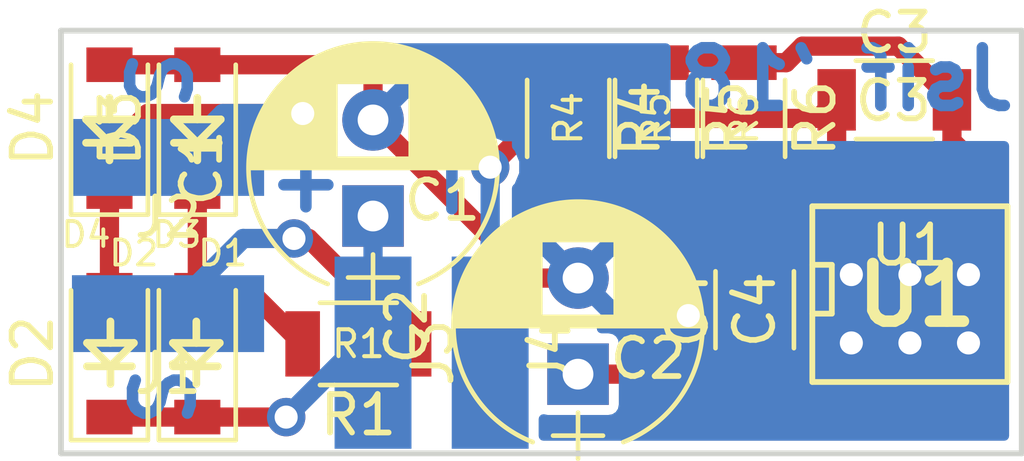
<source format=kicad_pcb>
(kicad_pcb (version 4) (host pcbnew 4.0.7)

  (general
    (links 29)
    (no_connects 0)
    (area 188.038381 109.123714 216.099524 124.127619)
    (thickness 1.6)
    (drawings 42)
    (tracks 87)
    (zones 0)
    (modules 17)
    (nets 8)
  )

  (page A4)
  (layers
    (0 F.Cu signal)
    (31 B.Cu signal)
    (32 B.Adhes user)
    (33 F.Adhes user)
    (34 B.Paste user)
    (35 F.Paste user)
    (36 B.SilkS user hide)
    (37 F.SilkS user)
    (38 B.Mask user)
    (39 F.Mask user)
    (40 Dwgs.User user)
    (41 Cmts.User user)
    (42 Eco1.User user)
    (43 Eco2.User user)
    (44 Edge.Cuts user)
    (45 Margin user)
    (46 B.CrtYd user)
    (47 F.CrtYd user)
    (48 B.Fab user hide)
    (49 F.Fab user hide)
  )

  (setup
    (last_trace_width 0.5)
    (trace_clearance 0.2)
    (zone_clearance 0.254)
    (zone_45_only yes)
    (trace_min 0.2)
    (segment_width 0.2)
    (edge_width 0.15)
    (via_size 1)
    (via_drill 0.6)
    (via_min_size 0.4)
    (via_min_drill 0.3)
    (uvia_size 0.3)
    (uvia_drill 0.1)
    (uvias_allowed no)
    (uvia_min_size 0.2)
    (uvia_min_drill 0.1)
    (pcb_text_width 0.3)
    (pcb_text_size 1.5 1.5)
    (mod_edge_width 0.15)
    (mod_text_size 1 1)
    (mod_text_width 0.15)
    (pad_size 5 2)
    (pad_drill 0)
    (pad_to_mask_clearance 0.2)
    (aux_axis_origin 0 0)
    (visible_elements 7FFCFFFF)
    (pcbplotparams
      (layerselection 0x3ffff_80000001)
      (usegerberextensions false)
      (excludeedgelayer true)
      (linewidth 0.100000)
      (plotframeref false)
      (viasonmask false)
      (mode 1)
      (useauxorigin false)
      (hpglpennumber 1)
      (hpglpenspeed 20)
      (hpglpendiameter 15)
      (hpglpenoverlay 2)
      (psnegative false)
      (psa4output false)
      (plotreference true)
      (plotvalue true)
      (plotinvisibletext false)
      (padsonsilk false)
      (subtractmaskfromsilk false)
      (outputformat 1)
      (mirror false)
      (drillshape 0)
      (scaleselection 1)
      (outputdirectory gerber/))
  )

  (net 0 "")
  (net 1 "Net-(C1-Pad1)")
  (net 2 "Net-(C1-Pad2)")
  (net 3 "Net-(D1-Pad2)")
  (net 4 "Net-(D2-Pad2)")
  (net 5 "Net-(J1-Pad1)")
  (net 6 "Net-(C2-Pad1)")
  (net 7 "Net-(C3-Pad1)")

  (net_class Default "This is the default net class."
    (clearance 0.2)
    (trace_width 0.5)
    (via_dia 1)
    (via_drill 0.6)
    (uvia_dia 0.3)
    (uvia_drill 0.1)
    (add_net "Net-(C1-Pad1)")
    (add_net "Net-(C1-Pad2)")
    (add_net "Net-(C2-Pad1)")
    (add_net "Net-(C3-Pad1)")
    (add_net "Net-(D1-Pad2)")
    (add_net "Net-(D2-Pad2)")
    (add_net "Net-(J1-Pad1)")
  )

  (net_class drawing ""
    (clearance 0.2)
    (trace_width 0.2)
    (via_dia 1)
    (via_drill 0.6)
    (uvia_dia 0.3)
    (uvia_drill 0.1)
  )

  (module Capacitors_THT:CP_Radial_D6.3mm_P2.50mm (layer F.Cu) (tedit 5AC47B3B) (tstamp 5AC38166)
    (at 198.12 115.824 90)
    (descr "CP, Radial series, Radial, pin pitch=2.50mm, , diameter=6.3mm, Electrolytic Capacitor")
    (tags "CP Radial series Radial pin pitch 2.50mm  diameter 6.3mm Electrolytic Capacitor")
    (path /5ABB8BA8)
    (fp_text reference C1 (at 1.25 -4.46 90) (layer F.SilkS)
      (effects (font (size 1 1) (thickness 0.15)))
    )
    (fp_text value 22uF (at 1.25 4.46 90) (layer F.Fab)
      (effects (font (size 1 1) (thickness 0.15)))
    )
    (fp_arc (start 1.25 0) (end -1.767482 -1.18) (angle 137.3) (layer F.SilkS) (width 0.12))
    (fp_arc (start 1.25 0) (end -1.767482 1.18) (angle -137.3) (layer F.SilkS) (width 0.12))
    (fp_arc (start 1.25 0) (end 4.267482 -1.18) (angle 42.7) (layer F.SilkS) (width 0.12))
    (fp_circle (center 1.25 0) (end 4.4 0) (layer F.Fab) (width 0.1))
    (fp_line (start -2.2 0) (end -1 0) (layer F.Fab) (width 0.1))
    (fp_line (start -1.6 -0.65) (end -1.6 0.65) (layer F.Fab) (width 0.1))
    (fp_line (start 1.25 -3.2) (end 1.25 3.2) (layer F.SilkS) (width 0.12))
    (fp_line (start 1.29 -3.2) (end 1.29 3.2) (layer F.SilkS) (width 0.12))
    (fp_line (start 1.33 -3.2) (end 1.33 3.2) (layer F.SilkS) (width 0.12))
    (fp_line (start 1.37 -3.198) (end 1.37 3.198) (layer F.SilkS) (width 0.12))
    (fp_line (start 1.41 -3.197) (end 1.41 3.197) (layer F.SilkS) (width 0.12))
    (fp_line (start 1.45 -3.194) (end 1.45 3.194) (layer F.SilkS) (width 0.12))
    (fp_line (start 1.49 -3.192) (end 1.49 3.192) (layer F.SilkS) (width 0.12))
    (fp_line (start 1.53 -3.188) (end 1.53 -0.98) (layer F.SilkS) (width 0.12))
    (fp_line (start 1.53 0.98) (end 1.53 3.188) (layer F.SilkS) (width 0.12))
    (fp_line (start 1.57 -3.185) (end 1.57 -0.98) (layer F.SilkS) (width 0.12))
    (fp_line (start 1.57 0.98) (end 1.57 3.185) (layer F.SilkS) (width 0.12))
    (fp_line (start 1.61 -3.18) (end 1.61 -0.98) (layer F.SilkS) (width 0.12))
    (fp_line (start 1.61 0.98) (end 1.61 3.18) (layer F.SilkS) (width 0.12))
    (fp_line (start 1.65 -3.176) (end 1.65 -0.98) (layer F.SilkS) (width 0.12))
    (fp_line (start 1.65 0.98) (end 1.65 3.176) (layer F.SilkS) (width 0.12))
    (fp_line (start 1.69 -3.17) (end 1.69 -0.98) (layer F.SilkS) (width 0.12))
    (fp_line (start 1.69 0.98) (end 1.69 3.17) (layer F.SilkS) (width 0.12))
    (fp_line (start 1.73 -3.165) (end 1.73 -0.98) (layer F.SilkS) (width 0.12))
    (fp_line (start 1.73 0.98) (end 1.73 3.165) (layer F.SilkS) (width 0.12))
    (fp_line (start 1.77 -3.158) (end 1.77 -0.98) (layer F.SilkS) (width 0.12))
    (fp_line (start 1.77 0.98) (end 1.77 3.158) (layer F.SilkS) (width 0.12))
    (fp_line (start 1.81 -3.152) (end 1.81 -0.98) (layer F.SilkS) (width 0.12))
    (fp_line (start 1.81 0.98) (end 1.81 3.152) (layer F.SilkS) (width 0.12))
    (fp_line (start 1.85 -3.144) (end 1.85 -0.98) (layer F.SilkS) (width 0.12))
    (fp_line (start 1.85 0.98) (end 1.85 3.144) (layer F.SilkS) (width 0.12))
    (fp_line (start 1.89 -3.137) (end 1.89 -0.98) (layer F.SilkS) (width 0.12))
    (fp_line (start 1.89 0.98) (end 1.89 3.137) (layer F.SilkS) (width 0.12))
    (fp_line (start 1.93 -3.128) (end 1.93 -0.98) (layer F.SilkS) (width 0.12))
    (fp_line (start 1.93 0.98) (end 1.93 3.128) (layer F.SilkS) (width 0.12))
    (fp_line (start 1.971 -3.119) (end 1.971 -0.98) (layer F.SilkS) (width 0.12))
    (fp_line (start 1.971 0.98) (end 1.971 3.119) (layer F.SilkS) (width 0.12))
    (fp_line (start 2.011 -3.11) (end 2.011 -0.98) (layer F.SilkS) (width 0.12))
    (fp_line (start 2.011 0.98) (end 2.011 3.11) (layer F.SilkS) (width 0.12))
    (fp_line (start 2.051 -3.1) (end 2.051 -0.98) (layer F.SilkS) (width 0.12))
    (fp_line (start 2.051 0.98) (end 2.051 3.1) (layer F.SilkS) (width 0.12))
    (fp_line (start 2.091 -3.09) (end 2.091 -0.98) (layer F.SilkS) (width 0.12))
    (fp_line (start 2.091 0.98) (end 2.091 3.09) (layer F.SilkS) (width 0.12))
    (fp_line (start 2.131 -3.079) (end 2.131 -0.98) (layer F.SilkS) (width 0.12))
    (fp_line (start 2.131 0.98) (end 2.131 3.079) (layer F.SilkS) (width 0.12))
    (fp_line (start 2.171 -3.067) (end 2.171 -0.98) (layer F.SilkS) (width 0.12))
    (fp_line (start 2.171 0.98) (end 2.171 3.067) (layer F.SilkS) (width 0.12))
    (fp_line (start 2.211 -3.055) (end 2.211 -0.98) (layer F.SilkS) (width 0.12))
    (fp_line (start 2.211 0.98) (end 2.211 3.055) (layer F.SilkS) (width 0.12))
    (fp_line (start 2.251 -3.042) (end 2.251 -0.98) (layer F.SilkS) (width 0.12))
    (fp_line (start 2.251 0.98) (end 2.251 3.042) (layer F.SilkS) (width 0.12))
    (fp_line (start 2.291 -3.029) (end 2.291 -0.98) (layer F.SilkS) (width 0.12))
    (fp_line (start 2.291 0.98) (end 2.291 3.029) (layer F.SilkS) (width 0.12))
    (fp_line (start 2.331 -3.015) (end 2.331 -0.98) (layer F.SilkS) (width 0.12))
    (fp_line (start 2.331 0.98) (end 2.331 3.015) (layer F.SilkS) (width 0.12))
    (fp_line (start 2.371 -3.001) (end 2.371 -0.98) (layer F.SilkS) (width 0.12))
    (fp_line (start 2.371 0.98) (end 2.371 3.001) (layer F.SilkS) (width 0.12))
    (fp_line (start 2.411 -2.986) (end 2.411 -0.98) (layer F.SilkS) (width 0.12))
    (fp_line (start 2.411 0.98) (end 2.411 2.986) (layer F.SilkS) (width 0.12))
    (fp_line (start 2.451 -2.97) (end 2.451 -0.98) (layer F.SilkS) (width 0.12))
    (fp_line (start 2.451 0.98) (end 2.451 2.97) (layer F.SilkS) (width 0.12))
    (fp_line (start 2.491 -2.954) (end 2.491 -0.98) (layer F.SilkS) (width 0.12))
    (fp_line (start 2.491 0.98) (end 2.491 2.954) (layer F.SilkS) (width 0.12))
    (fp_line (start 2.531 -2.937) (end 2.531 -0.98) (layer F.SilkS) (width 0.12))
    (fp_line (start 2.531 0.98) (end 2.531 2.937) (layer F.SilkS) (width 0.12))
    (fp_line (start 2.571 -2.919) (end 2.571 -0.98) (layer F.SilkS) (width 0.12))
    (fp_line (start 2.571 0.98) (end 2.571 2.919) (layer F.SilkS) (width 0.12))
    (fp_line (start 2.611 -2.901) (end 2.611 -0.98) (layer F.SilkS) (width 0.12))
    (fp_line (start 2.611 0.98) (end 2.611 2.901) (layer F.SilkS) (width 0.12))
    (fp_line (start 2.651 -2.882) (end 2.651 -0.98) (layer F.SilkS) (width 0.12))
    (fp_line (start 2.651 0.98) (end 2.651 2.882) (layer F.SilkS) (width 0.12))
    (fp_line (start 2.691 -2.863) (end 2.691 -0.98) (layer F.SilkS) (width 0.12))
    (fp_line (start 2.691 0.98) (end 2.691 2.863) (layer F.SilkS) (width 0.12))
    (fp_line (start 2.731 -2.843) (end 2.731 -0.98) (layer F.SilkS) (width 0.12))
    (fp_line (start 2.731 0.98) (end 2.731 2.843) (layer F.SilkS) (width 0.12))
    (fp_line (start 2.771 -2.822) (end 2.771 -0.98) (layer F.SilkS) (width 0.12))
    (fp_line (start 2.771 0.98) (end 2.771 2.822) (layer F.SilkS) (width 0.12))
    (fp_line (start 2.811 -2.8) (end 2.811 -0.98) (layer F.SilkS) (width 0.12))
    (fp_line (start 2.811 0.98) (end 2.811 2.8) (layer F.SilkS) (width 0.12))
    (fp_line (start 2.851 -2.778) (end 2.851 -0.98) (layer F.SilkS) (width 0.12))
    (fp_line (start 2.851 0.98) (end 2.851 2.778) (layer F.SilkS) (width 0.12))
    (fp_line (start 2.891 -2.755) (end 2.891 -0.98) (layer F.SilkS) (width 0.12))
    (fp_line (start 2.891 0.98) (end 2.891 2.755) (layer F.SilkS) (width 0.12))
    (fp_line (start 2.931 -2.731) (end 2.931 -0.98) (layer F.SilkS) (width 0.12))
    (fp_line (start 2.931 0.98) (end 2.931 2.731) (layer F.SilkS) (width 0.12))
    (fp_line (start 2.971 -2.706) (end 2.971 -0.98) (layer F.SilkS) (width 0.12))
    (fp_line (start 2.971 0.98) (end 2.971 2.706) (layer F.SilkS) (width 0.12))
    (fp_line (start 3.011 -2.681) (end 3.011 -0.98) (layer F.SilkS) (width 0.12))
    (fp_line (start 3.011 0.98) (end 3.011 2.681) (layer F.SilkS) (width 0.12))
    (fp_line (start 3.051 -2.654) (end 3.051 -0.98) (layer F.SilkS) (width 0.12))
    (fp_line (start 3.051 0.98) (end 3.051 2.654) (layer F.SilkS) (width 0.12))
    (fp_line (start 3.091 -2.627) (end 3.091 -0.98) (layer F.SilkS) (width 0.12))
    (fp_line (start 3.091 0.98) (end 3.091 2.627) (layer F.SilkS) (width 0.12))
    (fp_line (start 3.131 -2.599) (end 3.131 -0.98) (layer F.SilkS) (width 0.12))
    (fp_line (start 3.131 0.98) (end 3.131 2.599) (layer F.SilkS) (width 0.12))
    (fp_line (start 3.171 -2.57) (end 3.171 -0.98) (layer F.SilkS) (width 0.12))
    (fp_line (start 3.171 0.98) (end 3.171 2.57) (layer F.SilkS) (width 0.12))
    (fp_line (start 3.211 -2.54) (end 3.211 -0.98) (layer F.SilkS) (width 0.12))
    (fp_line (start 3.211 0.98) (end 3.211 2.54) (layer F.SilkS) (width 0.12))
    (fp_line (start 3.251 -2.51) (end 3.251 -0.98) (layer F.SilkS) (width 0.12))
    (fp_line (start 3.251 0.98) (end 3.251 2.51) (layer F.SilkS) (width 0.12))
    (fp_line (start 3.291 -2.478) (end 3.291 -0.98) (layer F.SilkS) (width 0.12))
    (fp_line (start 3.291 0.98) (end 3.291 2.478) (layer F.SilkS) (width 0.12))
    (fp_line (start 3.331 -2.445) (end 3.331 -0.98) (layer F.SilkS) (width 0.12))
    (fp_line (start 3.331 0.98) (end 3.331 2.445) (layer F.SilkS) (width 0.12))
    (fp_line (start 3.371 -2.411) (end 3.371 -0.98) (layer F.SilkS) (width 0.12))
    (fp_line (start 3.371 0.98) (end 3.371 2.411) (layer F.SilkS) (width 0.12))
    (fp_line (start 3.411 -2.375) (end 3.411 -0.98) (layer F.SilkS) (width 0.12))
    (fp_line (start 3.411 0.98) (end 3.411 2.375) (layer F.SilkS) (width 0.12))
    (fp_line (start 3.451 -2.339) (end 3.451 -0.98) (layer F.SilkS) (width 0.12))
    (fp_line (start 3.451 0.98) (end 3.451 2.339) (layer F.SilkS) (width 0.12))
    (fp_line (start 3.491 -2.301) (end 3.491 2.301) (layer F.SilkS) (width 0.12))
    (fp_line (start 3.531 -2.262) (end 3.531 2.262) (layer F.SilkS) (width 0.12))
    (fp_line (start 3.571 -2.222) (end 3.571 2.222) (layer F.SilkS) (width 0.12))
    (fp_line (start 3.611 -2.18) (end 3.611 2.18) (layer F.SilkS) (width 0.12))
    (fp_line (start 3.651 -2.137) (end 3.651 2.137) (layer F.SilkS) (width 0.12))
    (fp_line (start 3.691 -2.092) (end 3.691 2.092) (layer F.SilkS) (width 0.12))
    (fp_line (start 3.731 -2.045) (end 3.731 2.045) (layer F.SilkS) (width 0.12))
    (fp_line (start 3.771 -1.997) (end 3.771 1.997) (layer F.SilkS) (width 0.12))
    (fp_line (start 3.811 -1.946) (end 3.811 1.946) (layer F.SilkS) (width 0.12))
    (fp_line (start 3.851 -1.894) (end 3.851 1.894) (layer F.SilkS) (width 0.12))
    (fp_line (start 3.891 -1.839) (end 3.891 1.839) (layer F.SilkS) (width 0.12))
    (fp_line (start 3.931 -1.781) (end 3.931 1.781) (layer F.SilkS) (width 0.12))
    (fp_line (start 3.971 -1.721) (end 3.971 1.721) (layer F.SilkS) (width 0.12))
    (fp_line (start 4.011 -1.658) (end 4.011 1.658) (layer F.SilkS) (width 0.12))
    (fp_line (start 4.051 -1.591) (end 4.051 1.591) (layer F.SilkS) (width 0.12))
    (fp_line (start 4.091 -1.52) (end 4.091 1.52) (layer F.SilkS) (width 0.12))
    (fp_line (start 4.131 -1.445) (end 4.131 1.445) (layer F.SilkS) (width 0.12))
    (fp_line (start 4.171 -1.364) (end 4.171 1.364) (layer F.SilkS) (width 0.12))
    (fp_line (start 4.211 -1.278) (end 4.211 1.278) (layer F.SilkS) (width 0.12))
    (fp_line (start 4.251 -1.184) (end 4.251 1.184) (layer F.SilkS) (width 0.12))
    (fp_line (start 4.291 -1.081) (end 4.291 1.081) (layer F.SilkS) (width 0.12))
    (fp_line (start 4.331 -0.966) (end 4.331 0.966) (layer F.SilkS) (width 0.12))
    (fp_line (start 4.371 -0.834) (end 4.371 0.834) (layer F.SilkS) (width 0.12))
    (fp_line (start 4.411 -0.676) (end 4.411 0.676) (layer F.SilkS) (width 0.12))
    (fp_line (start 4.451 -0.468) (end 4.451 0.468) (layer F.SilkS) (width 0.12))
    (fp_line (start -2.2 0) (end -1 0) (layer F.SilkS) (width 0.12))
    (fp_line (start -1.6 -0.65) (end -1.6 0.65) (layer F.SilkS) (width 0.12))
    (fp_line (start -2.25 -3.5) (end -2.25 3.5) (layer F.CrtYd) (width 0.05))
    (fp_line (start -2.25 3.5) (end 4.75 3.5) (layer F.CrtYd) (width 0.05))
    (fp_line (start 4.75 3.5) (end 4.75 -3.5) (layer F.CrtYd) (width 0.05))
    (fp_line (start 4.75 -3.5) (end -2.25 -3.5) (layer F.CrtYd) (width 0.05))
    (fp_text user %R (at 0.4064 1.8034 180) (layer F.SilkS)
      (effects (font (size 1 1) (thickness 0.15)))
    )
    (pad 1 thru_hole rect (at 0 0 90) (size 1.6 1.6) (drill 0.8) (layers *.Cu *.Mask)
      (net 1 "Net-(C1-Pad1)"))
    (pad 2 thru_hole circle (at 2.5 0 90) (size 1.6 1.6) (drill 0.8) (layers *.Cu *.Mask)
      (net 2 "Net-(C1-Pad2)"))
    (model ${KISYS3DMOD}/Capacitors_THT.3dshapes/CP_Radial_D6.3mm_P2.50mm.wrl
      (at (xyz 0 0 0))
      (scale (xyz 1 1 1))
      (rotate (xyz 0 0 0))
    )
  )

  (module Capacitors_THT:CP_Radial_D6.3mm_P2.50mm (layer F.Cu) (tedit 5AC47B21) (tstamp 5AC3816B)
    (at 203.454 119.9388 90)
    (descr "CP, Radial series, Radial, pin pitch=2.50mm, , diameter=6.3mm, Electrolytic Capacitor")
    (tags "CP Radial series Radial pin pitch 2.50mm  diameter 6.3mm Electrolytic Capacitor")
    (path /5ABB8DA0)
    (fp_text reference C2 (at 1.25 -4.46 90) (layer F.SilkS)
      (effects (font (size 1 1) (thickness 0.15)))
    )
    (fp_text value 22uF (at 1.25 4.46 90) (layer F.Fab)
      (effects (font (size 1 1) (thickness 0.15)))
    )
    (fp_arc (start 1.25 0) (end -1.767482 -1.18) (angle 137.3) (layer F.SilkS) (width 0.12))
    (fp_arc (start 1.25 0) (end -1.767482 1.18) (angle -137.3) (layer F.SilkS) (width 0.12))
    (fp_arc (start 1.25 0) (end 4.267482 -1.18) (angle 42.7) (layer F.SilkS) (width 0.12))
    (fp_circle (center 1.25 0) (end 4.4 0) (layer F.Fab) (width 0.1))
    (fp_line (start -2.2 0) (end -1 0) (layer F.Fab) (width 0.1))
    (fp_line (start -1.6 -0.65) (end -1.6 0.65) (layer F.Fab) (width 0.1))
    (fp_line (start 1.25 -3.2) (end 1.25 3.2) (layer F.SilkS) (width 0.12))
    (fp_line (start 1.29 -3.2) (end 1.29 3.2) (layer F.SilkS) (width 0.12))
    (fp_line (start 1.33 -3.2) (end 1.33 3.2) (layer F.SilkS) (width 0.12))
    (fp_line (start 1.37 -3.198) (end 1.37 3.198) (layer F.SilkS) (width 0.12))
    (fp_line (start 1.41 -3.197) (end 1.41 3.197) (layer F.SilkS) (width 0.12))
    (fp_line (start 1.45 -3.194) (end 1.45 3.194) (layer F.SilkS) (width 0.12))
    (fp_line (start 1.49 -3.192) (end 1.49 3.192) (layer F.SilkS) (width 0.12))
    (fp_line (start 1.53 -3.188) (end 1.53 -0.98) (layer F.SilkS) (width 0.12))
    (fp_line (start 1.53 0.98) (end 1.53 3.188) (layer F.SilkS) (width 0.12))
    (fp_line (start 1.57 -3.185) (end 1.57 -0.98) (layer F.SilkS) (width 0.12))
    (fp_line (start 1.57 0.98) (end 1.57 3.185) (layer F.SilkS) (width 0.12))
    (fp_line (start 1.61 -3.18) (end 1.61 -0.98) (layer F.SilkS) (width 0.12))
    (fp_line (start 1.61 0.98) (end 1.61 3.18) (layer F.SilkS) (width 0.12))
    (fp_line (start 1.65 -3.176) (end 1.65 -0.98) (layer F.SilkS) (width 0.12))
    (fp_line (start 1.65 0.98) (end 1.65 3.176) (layer F.SilkS) (width 0.12))
    (fp_line (start 1.69 -3.17) (end 1.69 -0.98) (layer F.SilkS) (width 0.12))
    (fp_line (start 1.69 0.98) (end 1.69 3.17) (layer F.SilkS) (width 0.12))
    (fp_line (start 1.73 -3.165) (end 1.73 -0.98) (layer F.SilkS) (width 0.12))
    (fp_line (start 1.73 0.98) (end 1.73 3.165) (layer F.SilkS) (width 0.12))
    (fp_line (start 1.77 -3.158) (end 1.77 -0.98) (layer F.SilkS) (width 0.12))
    (fp_line (start 1.77 0.98) (end 1.77 3.158) (layer F.SilkS) (width 0.12))
    (fp_line (start 1.81 -3.152) (end 1.81 -0.98) (layer F.SilkS) (width 0.12))
    (fp_line (start 1.81 0.98) (end 1.81 3.152) (layer F.SilkS) (width 0.12))
    (fp_line (start 1.85 -3.144) (end 1.85 -0.98) (layer F.SilkS) (width 0.12))
    (fp_line (start 1.85 0.98) (end 1.85 3.144) (layer F.SilkS) (width 0.12))
    (fp_line (start 1.89 -3.137) (end 1.89 -0.98) (layer F.SilkS) (width 0.12))
    (fp_line (start 1.89 0.98) (end 1.89 3.137) (layer F.SilkS) (width 0.12))
    (fp_line (start 1.93 -3.128) (end 1.93 -0.98) (layer F.SilkS) (width 0.12))
    (fp_line (start 1.93 0.98) (end 1.93 3.128) (layer F.SilkS) (width 0.12))
    (fp_line (start 1.971 -3.119) (end 1.971 -0.98) (layer F.SilkS) (width 0.12))
    (fp_line (start 1.971 0.98) (end 1.971 3.119) (layer F.SilkS) (width 0.12))
    (fp_line (start 2.011 -3.11) (end 2.011 -0.98) (layer F.SilkS) (width 0.12))
    (fp_line (start 2.011 0.98) (end 2.011 3.11) (layer F.SilkS) (width 0.12))
    (fp_line (start 2.051 -3.1) (end 2.051 -0.98) (layer F.SilkS) (width 0.12))
    (fp_line (start 2.051 0.98) (end 2.051 3.1) (layer F.SilkS) (width 0.12))
    (fp_line (start 2.091 -3.09) (end 2.091 -0.98) (layer F.SilkS) (width 0.12))
    (fp_line (start 2.091 0.98) (end 2.091 3.09) (layer F.SilkS) (width 0.12))
    (fp_line (start 2.131 -3.079) (end 2.131 -0.98) (layer F.SilkS) (width 0.12))
    (fp_line (start 2.131 0.98) (end 2.131 3.079) (layer F.SilkS) (width 0.12))
    (fp_line (start 2.171 -3.067) (end 2.171 -0.98) (layer F.SilkS) (width 0.12))
    (fp_line (start 2.171 0.98) (end 2.171 3.067) (layer F.SilkS) (width 0.12))
    (fp_line (start 2.211 -3.055) (end 2.211 -0.98) (layer F.SilkS) (width 0.12))
    (fp_line (start 2.211 0.98) (end 2.211 3.055) (layer F.SilkS) (width 0.12))
    (fp_line (start 2.251 -3.042) (end 2.251 -0.98) (layer F.SilkS) (width 0.12))
    (fp_line (start 2.251 0.98) (end 2.251 3.042) (layer F.SilkS) (width 0.12))
    (fp_line (start 2.291 -3.029) (end 2.291 -0.98) (layer F.SilkS) (width 0.12))
    (fp_line (start 2.291 0.98) (end 2.291 3.029) (layer F.SilkS) (width 0.12))
    (fp_line (start 2.331 -3.015) (end 2.331 -0.98) (layer F.SilkS) (width 0.12))
    (fp_line (start 2.331 0.98) (end 2.331 3.015) (layer F.SilkS) (width 0.12))
    (fp_line (start 2.371 -3.001) (end 2.371 -0.98) (layer F.SilkS) (width 0.12))
    (fp_line (start 2.371 0.98) (end 2.371 3.001) (layer F.SilkS) (width 0.12))
    (fp_line (start 2.411 -2.986) (end 2.411 -0.98) (layer F.SilkS) (width 0.12))
    (fp_line (start 2.411 0.98) (end 2.411 2.986) (layer F.SilkS) (width 0.12))
    (fp_line (start 2.451 -2.97) (end 2.451 -0.98) (layer F.SilkS) (width 0.12))
    (fp_line (start 2.451 0.98) (end 2.451 2.97) (layer F.SilkS) (width 0.12))
    (fp_line (start 2.491 -2.954) (end 2.491 -0.98) (layer F.SilkS) (width 0.12))
    (fp_line (start 2.491 0.98) (end 2.491 2.954) (layer F.SilkS) (width 0.12))
    (fp_line (start 2.531 -2.937) (end 2.531 -0.98) (layer F.SilkS) (width 0.12))
    (fp_line (start 2.531 0.98) (end 2.531 2.937) (layer F.SilkS) (width 0.12))
    (fp_line (start 2.571 -2.919) (end 2.571 -0.98) (layer F.SilkS) (width 0.12))
    (fp_line (start 2.571 0.98) (end 2.571 2.919) (layer F.SilkS) (width 0.12))
    (fp_line (start 2.611 -2.901) (end 2.611 -0.98) (layer F.SilkS) (width 0.12))
    (fp_line (start 2.611 0.98) (end 2.611 2.901) (layer F.SilkS) (width 0.12))
    (fp_line (start 2.651 -2.882) (end 2.651 -0.98) (layer F.SilkS) (width 0.12))
    (fp_line (start 2.651 0.98) (end 2.651 2.882) (layer F.SilkS) (width 0.12))
    (fp_line (start 2.691 -2.863) (end 2.691 -0.98) (layer F.SilkS) (width 0.12))
    (fp_line (start 2.691 0.98) (end 2.691 2.863) (layer F.SilkS) (width 0.12))
    (fp_line (start 2.731 -2.843) (end 2.731 -0.98) (layer F.SilkS) (width 0.12))
    (fp_line (start 2.731 0.98) (end 2.731 2.843) (layer F.SilkS) (width 0.12))
    (fp_line (start 2.771 -2.822) (end 2.771 -0.98) (layer F.SilkS) (width 0.12))
    (fp_line (start 2.771 0.98) (end 2.771 2.822) (layer F.SilkS) (width 0.12))
    (fp_line (start 2.811 -2.8) (end 2.811 -0.98) (layer F.SilkS) (width 0.12))
    (fp_line (start 2.811 0.98) (end 2.811 2.8) (layer F.SilkS) (width 0.12))
    (fp_line (start 2.851 -2.778) (end 2.851 -0.98) (layer F.SilkS) (width 0.12))
    (fp_line (start 2.851 0.98) (end 2.851 2.778) (layer F.SilkS) (width 0.12))
    (fp_line (start 2.891 -2.755) (end 2.891 -0.98) (layer F.SilkS) (width 0.12))
    (fp_line (start 2.891 0.98) (end 2.891 2.755) (layer F.SilkS) (width 0.12))
    (fp_line (start 2.931 -2.731) (end 2.931 -0.98) (layer F.SilkS) (width 0.12))
    (fp_line (start 2.931 0.98) (end 2.931 2.731) (layer F.SilkS) (width 0.12))
    (fp_line (start 2.971 -2.706) (end 2.971 -0.98) (layer F.SilkS) (width 0.12))
    (fp_line (start 2.971 0.98) (end 2.971 2.706) (layer F.SilkS) (width 0.12))
    (fp_line (start 3.011 -2.681) (end 3.011 -0.98) (layer F.SilkS) (width 0.12))
    (fp_line (start 3.011 0.98) (end 3.011 2.681) (layer F.SilkS) (width 0.12))
    (fp_line (start 3.051 -2.654) (end 3.051 -0.98) (layer F.SilkS) (width 0.12))
    (fp_line (start 3.051 0.98) (end 3.051 2.654) (layer F.SilkS) (width 0.12))
    (fp_line (start 3.091 -2.627) (end 3.091 -0.98) (layer F.SilkS) (width 0.12))
    (fp_line (start 3.091 0.98) (end 3.091 2.627) (layer F.SilkS) (width 0.12))
    (fp_line (start 3.131 -2.599) (end 3.131 -0.98) (layer F.SilkS) (width 0.12))
    (fp_line (start 3.131 0.98) (end 3.131 2.599) (layer F.SilkS) (width 0.12))
    (fp_line (start 3.171 -2.57) (end 3.171 -0.98) (layer F.SilkS) (width 0.12))
    (fp_line (start 3.171 0.98) (end 3.171 2.57) (layer F.SilkS) (width 0.12))
    (fp_line (start 3.211 -2.54) (end 3.211 -0.98) (layer F.SilkS) (width 0.12))
    (fp_line (start 3.211 0.98) (end 3.211 2.54) (layer F.SilkS) (width 0.12))
    (fp_line (start 3.251 -2.51) (end 3.251 -0.98) (layer F.SilkS) (width 0.12))
    (fp_line (start 3.251 0.98) (end 3.251 2.51) (layer F.SilkS) (width 0.12))
    (fp_line (start 3.291 -2.478) (end 3.291 -0.98) (layer F.SilkS) (width 0.12))
    (fp_line (start 3.291 0.98) (end 3.291 2.478) (layer F.SilkS) (width 0.12))
    (fp_line (start 3.331 -2.445) (end 3.331 -0.98) (layer F.SilkS) (width 0.12))
    (fp_line (start 3.331 0.98) (end 3.331 2.445) (layer F.SilkS) (width 0.12))
    (fp_line (start 3.371 -2.411) (end 3.371 -0.98) (layer F.SilkS) (width 0.12))
    (fp_line (start 3.371 0.98) (end 3.371 2.411) (layer F.SilkS) (width 0.12))
    (fp_line (start 3.411 -2.375) (end 3.411 -0.98) (layer F.SilkS) (width 0.12))
    (fp_line (start 3.411 0.98) (end 3.411 2.375) (layer F.SilkS) (width 0.12))
    (fp_line (start 3.451 -2.339) (end 3.451 -0.98) (layer F.SilkS) (width 0.12))
    (fp_line (start 3.451 0.98) (end 3.451 2.339) (layer F.SilkS) (width 0.12))
    (fp_line (start 3.491 -2.301) (end 3.491 2.301) (layer F.SilkS) (width 0.12))
    (fp_line (start 3.531 -2.262) (end 3.531 2.262) (layer F.SilkS) (width 0.12))
    (fp_line (start 3.571 -2.222) (end 3.571 2.222) (layer F.SilkS) (width 0.12))
    (fp_line (start 3.611 -2.18) (end 3.611 2.18) (layer F.SilkS) (width 0.12))
    (fp_line (start 3.651 -2.137) (end 3.651 2.137) (layer F.SilkS) (width 0.12))
    (fp_line (start 3.691 -2.092) (end 3.691 2.092) (layer F.SilkS) (width 0.12))
    (fp_line (start 3.731 -2.045) (end 3.731 2.045) (layer F.SilkS) (width 0.12))
    (fp_line (start 3.771 -1.997) (end 3.771 1.997) (layer F.SilkS) (width 0.12))
    (fp_line (start 3.811 -1.946) (end 3.811 1.946) (layer F.SilkS) (width 0.12))
    (fp_line (start 3.851 -1.894) (end 3.851 1.894) (layer F.SilkS) (width 0.12))
    (fp_line (start 3.891 -1.839) (end 3.891 1.839) (layer F.SilkS) (width 0.12))
    (fp_line (start 3.931 -1.781) (end 3.931 1.781) (layer F.SilkS) (width 0.12))
    (fp_line (start 3.971 -1.721) (end 3.971 1.721) (layer F.SilkS) (width 0.12))
    (fp_line (start 4.011 -1.658) (end 4.011 1.658) (layer F.SilkS) (width 0.12))
    (fp_line (start 4.051 -1.591) (end 4.051 1.591) (layer F.SilkS) (width 0.12))
    (fp_line (start 4.091 -1.52) (end 4.091 1.52) (layer F.SilkS) (width 0.12))
    (fp_line (start 4.131 -1.445) (end 4.131 1.445) (layer F.SilkS) (width 0.12))
    (fp_line (start 4.171 -1.364) (end 4.171 1.364) (layer F.SilkS) (width 0.12))
    (fp_line (start 4.211 -1.278) (end 4.211 1.278) (layer F.SilkS) (width 0.12))
    (fp_line (start 4.251 -1.184) (end 4.251 1.184) (layer F.SilkS) (width 0.12))
    (fp_line (start 4.291 -1.081) (end 4.291 1.081) (layer F.SilkS) (width 0.12))
    (fp_line (start 4.331 -0.966) (end 4.331 0.966) (layer F.SilkS) (width 0.12))
    (fp_line (start 4.371 -0.834) (end 4.371 0.834) (layer F.SilkS) (width 0.12))
    (fp_line (start 4.411 -0.676) (end 4.411 0.676) (layer F.SilkS) (width 0.12))
    (fp_line (start 4.451 -0.468) (end 4.451 0.468) (layer F.SilkS) (width 0.12))
    (fp_line (start -2.2 0) (end -1 0) (layer F.SilkS) (width 0.12))
    (fp_line (start -1.6 -0.65) (end -1.6 0.65) (layer F.SilkS) (width 0.12))
    (fp_line (start -2.25 -3.5) (end -2.25 3.5) (layer F.CrtYd) (width 0.05))
    (fp_line (start -2.25 3.5) (end 4.75 3.5) (layer F.CrtYd) (width 0.05))
    (fp_line (start 4.75 3.5) (end 4.75 -3.5) (layer F.CrtYd) (width 0.05))
    (fp_line (start 4.75 -3.5) (end -2.25 -3.5) (layer F.CrtYd) (width 0.05))
    (fp_text user %R (at 0.4064 1.8288 180) (layer F.SilkS)
      (effects (font (size 1 1) (thickness 0.15)))
    )
    (pad 1 thru_hole rect (at 0 0 90) (size 1.6 1.6) (drill 0.8) (layers *.Cu *.Mask)
      (net 6 "Net-(C2-Pad1)"))
    (pad 2 thru_hole circle (at 2.5 0 90) (size 1.6 1.6) (drill 0.8) (layers *.Cu *.Mask)
      (net 2 "Net-(C1-Pad2)"))
    (model ${KISYS3DMOD}/Capacitors_THT.3dshapes/CP_Radial_D6.3mm_P2.50mm.wrl
      (at (xyz 0 0 0))
      (scale (xyz 1 1 1))
      (rotate (xyz 0 0 0))
    )
  )

  (module SMD_Packages:SOIC-8-N (layer F.Cu) (tedit 0) (tstamp 5AC381B3)
    (at 212.09 117.856)
    (descr "Module Narrow CMS SOJ 8 pins large")
    (tags "CMS SOJ")
    (path /5AC38140)
    (attr smd)
    (fp_text reference U1 (at 0 -1.27) (layer F.SilkS)
      (effects (font (size 1 1) (thickness 0.15)))
    )
    (fp_text value LP2951DR (at 0 1.27) (layer F.Fab)
      (effects (font (size 1 1) (thickness 0.15)))
    )
    (fp_line (start -2.54 -2.286) (end 2.54 -2.286) (layer F.SilkS) (width 0.15))
    (fp_line (start 2.54 -2.286) (end 2.54 2.286) (layer F.SilkS) (width 0.15))
    (fp_line (start 2.54 2.286) (end -2.54 2.286) (layer F.SilkS) (width 0.15))
    (fp_line (start -2.54 2.286) (end -2.54 -2.286) (layer F.SilkS) (width 0.15))
    (fp_line (start -2.54 -0.762) (end -2.032 -0.762) (layer F.SilkS) (width 0.15))
    (fp_line (start -2.032 -0.762) (end -2.032 0.508) (layer F.SilkS) (width 0.15))
    (fp_line (start -2.032 0.508) (end -2.54 0.508) (layer F.SilkS) (width 0.15))
    (pad 8 smd rect (at -1.905 -3.175) (size 0.508 1.143) (layers F.Cu F.Paste F.Mask)
      (net 7 "Net-(C3-Pad1)"))
    (pad 7 smd rect (at -0.635 -3.175) (size 0.508 1.143) (layers F.Cu F.Paste F.Mask)
      (net 6 "Net-(C2-Pad1)"))
    (pad 6 smd rect (at 0.635 -3.175) (size 0.508 1.143) (layers F.Cu F.Paste F.Mask)
      (net 2 "Net-(C1-Pad2)"))
    (pad 5 smd rect (at 1.905 -3.175) (size 0.508 1.143) (layers F.Cu F.Paste F.Mask)
      (net 2 "Net-(C1-Pad2)"))
    (pad 4 smd rect (at 1.905 3.175) (size 0.508 1.143) (layers F.Cu F.Paste F.Mask)
      (net 2 "Net-(C1-Pad2)"))
    (pad 3 smd rect (at 0.635 3.175) (size 0.508 1.143) (layers F.Cu F.Paste F.Mask)
      (net 2 "Net-(C1-Pad2)"))
    (pad 2 smd rect (at -0.635 3.175) (size 0.508 1.143) (layers F.Cu F.Paste F.Mask)
      (net 2 "Net-(C1-Pad2)"))
    (pad 1 smd rect (at -1.905 3.175) (size 0.508 1.143) (layers F.Cu F.Paste F.Mask)
      (net 6 "Net-(C2-Pad1)"))
    (model SMD_Packages.3dshapes/SOIC-8-N.wrl
      (at (xyz 0 0 0))
      (scale (xyz 0.5 0.38 0.5))
      (rotate (xyz 0 0 0))
    )
  )

  (module Resistors_SMD:R_1206 (layer F.Cu) (tedit 5AC48009) (tstamp 5AC384E1)
    (at 197.739 119.1514 180)
    (descr "Resistor SMD 1206, reflow soldering, Vishay (see dcrcw.pdf)")
    (tags "resistor 1206")
    (path /5A952272)
    (attr smd)
    (fp_text reference R1 (at 0 -1.85 180) (layer F.SilkS)
      (effects (font (size 1 1) (thickness 0.15)))
    )
    (fp_text value 10R (at 0 1.95 180) (layer F.Fab)
      (effects (font (size 1 1) (thickness 0.15)))
    )
    (fp_text user %R (at 0 0 180) (layer F.SilkS)
      (effects (font (size 0.7 0.7) (thickness 0.105)))
    )
    (fp_line (start -1.6 0.8) (end -1.6 -0.8) (layer F.Fab) (width 0.1))
    (fp_line (start 1.6 0.8) (end -1.6 0.8) (layer F.Fab) (width 0.1))
    (fp_line (start 1.6 -0.8) (end 1.6 0.8) (layer F.Fab) (width 0.1))
    (fp_line (start -1.6 -0.8) (end 1.6 -0.8) (layer F.Fab) (width 0.1))
    (fp_line (start 1 1.07) (end -1 1.07) (layer F.SilkS) (width 0.12))
    (fp_line (start -1 -1.07) (end 1 -1.07) (layer F.SilkS) (width 0.12))
    (fp_line (start -2.15 -1.11) (end 2.15 -1.11) (layer F.CrtYd) (width 0.05))
    (fp_line (start -2.15 -1.11) (end -2.15 1.1) (layer F.CrtYd) (width 0.05))
    (fp_line (start 2.15 1.1) (end 2.15 -1.11) (layer F.CrtYd) (width 0.05))
    (fp_line (start 2.15 1.1) (end -2.15 1.1) (layer F.CrtYd) (width 0.05))
    (pad 1 smd rect (at -1.45 0 180) (size 0.9 1.7) (layers F.Cu F.Paste F.Mask)
      (net 5 "Net-(J1-Pad1)"))
    (pad 2 smd rect (at 1.45 0 180) (size 0.9 1.7) (layers F.Cu F.Paste F.Mask)
      (net 3 "Net-(D1-Pad2)"))
    (model ${KISYS3DMOD}/Resistors_SMD.3dshapes/R_1206.wrl
      (at (xyz 0 0 0))
      (scale (xyz 1 1 1))
      (rotate (xyz 0 0 0))
    )
  )

  (module Resistors_SMD:R_1206 (layer F.Cu) (tedit 5AC47AF3) (tstamp 5AC384F0)
    (at 203.2 113.284 270)
    (descr "Resistor SMD 1206, reflow soldering, Vishay (see dcrcw.pdf)")
    (tags "resistor 1206")
    (path /5AB3A528)
    (attr smd)
    (fp_text reference R4 (at 0 -1.85 270) (layer F.SilkS)
      (effects (font (size 1 1) (thickness 0.15)))
    )
    (fp_text value 100R (at 0 1.95 270) (layer F.Fab)
      (effects (font (size 1 1) (thickness 0.15)))
    )
    (fp_text user %R (at 0 0 270) (layer F.SilkS)
      (effects (font (size 0.7 0.7) (thickness 0.105)))
    )
    (fp_line (start -1.6 0.8) (end -1.6 -0.8) (layer F.Fab) (width 0.1))
    (fp_line (start 1.6 0.8) (end -1.6 0.8) (layer F.Fab) (width 0.1))
    (fp_line (start 1.6 -0.8) (end 1.6 0.8) (layer F.Fab) (width 0.1))
    (fp_line (start -1.6 -0.8) (end 1.6 -0.8) (layer F.Fab) (width 0.1))
    (fp_line (start 1 1.07) (end -1 1.07) (layer F.SilkS) (width 0.12))
    (fp_line (start -1 -1.07) (end 1 -1.07) (layer F.SilkS) (width 0.12))
    (fp_line (start -2.15 -1.11) (end 2.15 -1.11) (layer F.CrtYd) (width 0.05))
    (fp_line (start -2.15 -1.11) (end -2.15 1.1) (layer F.CrtYd) (width 0.05))
    (fp_line (start 2.15 1.1) (end 2.15 -1.11) (layer F.CrtYd) (width 0.05))
    (fp_line (start 2.15 1.1) (end -2.15 1.1) (layer F.CrtYd) (width 0.05))
    (pad 1 smd rect (at -1.45 0 270) (size 0.9 1.7) (layers F.Cu F.Paste F.Mask)
      (net 2 "Net-(C1-Pad2)"))
    (pad 2 smd rect (at 1.45 0 270) (size 0.9 1.7) (layers F.Cu F.Paste F.Mask)
      (net 6 "Net-(C2-Pad1)"))
    (model ${KISYS3DMOD}/Resistors_SMD.3dshapes/R_1206.wrl
      (at (xyz 0 0 0))
      (scale (xyz 1 1 1))
      (rotate (xyz 0 0 0))
    )
  )

  (module Resistors_SMD:R_1206 (layer F.Cu) (tedit 5AC47AE5) (tstamp 5AC384F5)
    (at 205.486 113.284 270)
    (descr "Resistor SMD 1206, reflow soldering, Vishay (see dcrcw.pdf)")
    (tags "resistor 1206")
    (path /5ABB5CE8)
    (attr smd)
    (fp_text reference R5 (at 0 -1.85 270) (layer F.SilkS)
      (effects (font (size 1 1) (thickness 0.15)))
    )
    (fp_text value 100R (at 0 1.95 270) (layer F.Fab)
      (effects (font (size 1 1) (thickness 0.15)))
    )
    (fp_text user %R (at 0 0 270) (layer F.SilkS)
      (effects (font (size 0.7 0.7) (thickness 0.105)))
    )
    (fp_line (start -1.6 0.8) (end -1.6 -0.8) (layer F.Fab) (width 0.1))
    (fp_line (start 1.6 0.8) (end -1.6 0.8) (layer F.Fab) (width 0.1))
    (fp_line (start 1.6 -0.8) (end 1.6 0.8) (layer F.Fab) (width 0.1))
    (fp_line (start -1.6 -0.8) (end 1.6 -0.8) (layer F.Fab) (width 0.1))
    (fp_line (start 1 1.07) (end -1 1.07) (layer F.SilkS) (width 0.12))
    (fp_line (start -1 -1.07) (end 1 -1.07) (layer F.SilkS) (width 0.12))
    (fp_line (start -2.15 -1.11) (end 2.15 -1.11) (layer F.CrtYd) (width 0.05))
    (fp_line (start -2.15 -1.11) (end -2.15 1.1) (layer F.CrtYd) (width 0.05))
    (fp_line (start 2.15 1.1) (end 2.15 -1.11) (layer F.CrtYd) (width 0.05))
    (fp_line (start 2.15 1.1) (end -2.15 1.1) (layer F.CrtYd) (width 0.05))
    (pad 1 smd rect (at -1.45 0 270) (size 0.9 1.7) (layers F.Cu F.Paste F.Mask)
      (net 2 "Net-(C1-Pad2)"))
    (pad 2 smd rect (at 1.45 0 270) (size 0.9 1.7) (layers F.Cu F.Paste F.Mask)
      (net 6 "Net-(C2-Pad1)"))
    (model ${KISYS3DMOD}/Resistors_SMD.3dshapes/R_1206.wrl
      (at (xyz 0 0 0))
      (scale (xyz 1 1 1))
      (rotate (xyz 0 0 0))
    )
  )

  (module Resistors_SMD:R_1206 (layer F.Cu) (tedit 5AC47AD3) (tstamp 5AC384FA)
    (at 207.772 113.284 270)
    (descr "Resistor SMD 1206, reflow soldering, Vishay (see dcrcw.pdf)")
    (tags "resistor 1206")
    (path /5ABB5D36)
    (attr smd)
    (fp_text reference R6 (at 0 -1.85 270) (layer F.SilkS)
      (effects (font (size 1 1) (thickness 0.15)))
    )
    (fp_text value 100R (at 0 1.95 270) (layer F.Fab)
      (effects (font (size 1 1) (thickness 0.15)))
    )
    (fp_text user %R (at 0 0 270) (layer F.SilkS)
      (effects (font (size 0.7 0.7) (thickness 0.105)))
    )
    (fp_line (start -1.6 0.8) (end -1.6 -0.8) (layer F.Fab) (width 0.1))
    (fp_line (start 1.6 0.8) (end -1.6 0.8) (layer F.Fab) (width 0.1))
    (fp_line (start 1.6 -0.8) (end 1.6 0.8) (layer F.Fab) (width 0.1))
    (fp_line (start -1.6 -0.8) (end 1.6 -0.8) (layer F.Fab) (width 0.1))
    (fp_line (start 1 1.07) (end -1 1.07) (layer F.SilkS) (width 0.12))
    (fp_line (start -1 -1.07) (end 1 -1.07) (layer F.SilkS) (width 0.12))
    (fp_line (start -2.15 -1.11) (end 2.15 -1.11) (layer F.CrtYd) (width 0.05))
    (fp_line (start -2.15 -1.11) (end -2.15 1.1) (layer F.CrtYd) (width 0.05))
    (fp_line (start 2.15 1.1) (end 2.15 -1.11) (layer F.CrtYd) (width 0.05))
    (fp_line (start 2.15 1.1) (end -2.15 1.1) (layer F.CrtYd) (width 0.05))
    (pad 1 smd rect (at -1.45 0 270) (size 0.9 1.7) (layers F.Cu F.Paste F.Mask)
      (net 2 "Net-(C1-Pad2)"))
    (pad 2 smd rect (at 1.45 0 270) (size 0.9 1.7) (layers F.Cu F.Paste F.Mask)
      (net 6 "Net-(C2-Pad1)"))
    (model ${KISYS3DMOD}/Resistors_SMD.3dshapes/R_1206.wrl
      (at (xyz 0 0 0))
      (scale (xyz 1 1 1))
      (rotate (xyz 0 0 0))
    )
  )

  (module Diodes_SMD:D_SOD-123 (layer F.Cu) (tedit 5AC38C9B) (tstamp 5AC38572)
    (at 193.548 119.4054 90)
    (descr SOD-123)
    (tags SOD-123)
    (path /5A9520CA)
    (attr smd)
    (fp_text reference D1 (at 0 -2 90) (layer F.Fab)
      (effects (font (size 1 1) (thickness 0.15)))
    )
    (fp_text value STPS0540Z (at 0 2.1 90) (layer F.Fab)
      (effects (font (size 1 1) (thickness 0.15)))
    )
    (fp_line (start -2.25 -1) (end -2.25 1) (layer F.SilkS) (width 0.12))
    (fp_line (start 0.25 0) (end 0.75 0) (layer F.Fab) (width 0.1))
    (fp_line (start 0.25 0.4) (end -0.35 0) (layer F.Fab) (width 0.1))
    (fp_line (start 0.25 -0.4) (end 0.25 0.4) (layer F.Fab) (width 0.1))
    (fp_line (start -0.35 0) (end 0.25 -0.4) (layer F.Fab) (width 0.1))
    (fp_line (start -0.35 0) (end -0.35 0.55) (layer F.Fab) (width 0.1))
    (fp_line (start -0.35 0) (end -0.35 -0.55) (layer F.Fab) (width 0.1))
    (fp_line (start -0.75 0) (end -0.35 0) (layer F.Fab) (width 0.1))
    (fp_line (start -1.4 0.9) (end -1.4 -0.9) (layer F.Fab) (width 0.1))
    (fp_line (start 1.4 0.9) (end -1.4 0.9) (layer F.Fab) (width 0.1))
    (fp_line (start 1.4 -0.9) (end 1.4 0.9) (layer F.Fab) (width 0.1))
    (fp_line (start -1.4 -0.9) (end 1.4 -0.9) (layer F.Fab) (width 0.1))
    (fp_line (start -2.35 -1.15) (end 2.35 -1.15) (layer F.CrtYd) (width 0.05))
    (fp_line (start 2.35 -1.15) (end 2.35 1.15) (layer F.CrtYd) (width 0.05))
    (fp_line (start 2.35 1.15) (end -2.35 1.15) (layer F.CrtYd) (width 0.05))
    (fp_line (start -2.35 -1.15) (end -2.35 1.15) (layer F.CrtYd) (width 0.05))
    (fp_line (start -2.25 1) (end 1.65 1) (layer F.SilkS) (width 0.12))
    (fp_line (start -2.25 -1) (end 1.65 -1) (layer F.SilkS) (width 0.12))
    (pad 1 smd rect (at -1.65 0 90) (size 0.9 1.2) (layers F.Cu F.Paste F.Mask)
      (net 1 "Net-(C1-Pad1)"))
    (pad 2 smd rect (at 1.65 0 90) (size 0.9 1.2) (layers F.Cu F.Paste F.Mask)
      (net 3 "Net-(D1-Pad2)"))
    (model ${KISYS3DMOD}/Diodes_SMD.3dshapes/D_SOD-123.wrl
      (at (xyz 0 0 0))
      (scale (xyz 1 1 1))
      (rotate (xyz 0 0 0))
    )
  )

  (module Diodes_SMD:D_SOD-123 (layer F.Cu) (tedit 5AC38C38) (tstamp 5AC38577)
    (at 191.262 119.4054 90)
    (descr SOD-123)
    (tags SOD-123)
    (path /5A951F12)
    (attr smd)
    (fp_text reference D2 (at 0 -2 90) (layer F.SilkS)
      (effects (font (size 1 1) (thickness 0.15)))
    )
    (fp_text value STPS0540Z (at 0 2.1 90) (layer F.Fab)
      (effects (font (size 1 1) (thickness 0.15)))
    )
    (fp_line (start -2.25 -1) (end -2.25 1) (layer F.SilkS) (width 0.12))
    (fp_line (start 0.25 0) (end 0.75 0) (layer F.Fab) (width 0.1))
    (fp_line (start 0.25 0.4) (end -0.35 0) (layer F.Fab) (width 0.1))
    (fp_line (start 0.25 -0.4) (end 0.25 0.4) (layer F.Fab) (width 0.1))
    (fp_line (start -0.35 0) (end 0.25 -0.4) (layer F.Fab) (width 0.1))
    (fp_line (start -0.35 0) (end -0.35 0.55) (layer F.Fab) (width 0.1))
    (fp_line (start -0.35 0) (end -0.35 -0.55) (layer F.Fab) (width 0.1))
    (fp_line (start -0.75 0) (end -0.35 0) (layer F.Fab) (width 0.1))
    (fp_line (start -1.4 0.9) (end -1.4 -0.9) (layer F.Fab) (width 0.1))
    (fp_line (start 1.4 0.9) (end -1.4 0.9) (layer F.Fab) (width 0.1))
    (fp_line (start 1.4 -0.9) (end 1.4 0.9) (layer F.Fab) (width 0.1))
    (fp_line (start -1.4 -0.9) (end 1.4 -0.9) (layer F.Fab) (width 0.1))
    (fp_line (start -2.35 -1.15) (end 2.35 -1.15) (layer F.CrtYd) (width 0.05))
    (fp_line (start 2.35 -1.15) (end 2.35 1.15) (layer F.CrtYd) (width 0.05))
    (fp_line (start 2.35 1.15) (end -2.35 1.15) (layer F.CrtYd) (width 0.05))
    (fp_line (start -2.35 -1.15) (end -2.35 1.15) (layer F.CrtYd) (width 0.05))
    (fp_line (start -2.25 1) (end 1.65 1) (layer F.SilkS) (width 0.12))
    (fp_line (start -2.25 -1) (end 1.65 -1) (layer F.SilkS) (width 0.12))
    (pad 1 smd rect (at -1.65 0 90) (size 0.9 1.2) (layers F.Cu F.Paste F.Mask)
      (net 1 "Net-(C1-Pad1)"))
    (pad 2 smd rect (at 1.65 0 90) (size 0.9 1.2) (layers F.Cu F.Paste F.Mask)
      (net 4 "Net-(D2-Pad2)"))
    (model ${KISYS3DMOD}/Diodes_SMD.3dshapes/D_SOD-123.wrl
      (at (xyz 0 0 0))
      (scale (xyz 1 1 1))
      (rotate (xyz 0 0 0))
    )
  )

  (module Diodes_SMD:D_SOD-123 (layer F.Cu) (tedit 5AC38C9F) (tstamp 5AC3857C)
    (at 193.548 113.538 90)
    (descr SOD-123)
    (tags SOD-123)
    (path /5A952190)
    (attr smd)
    (fp_text reference D3 (at 0 -2 90) (layer F.SilkS)
      (effects (font (size 1 1) (thickness 0.15)))
    )
    (fp_text value STPS0540Z (at 0 2.1 90) (layer F.Fab)
      (effects (font (size 1 1) (thickness 0.15)))
    )
    (fp_line (start -2.25 -1) (end -2.25 1) (layer F.SilkS) (width 0.12))
    (fp_line (start 0.25 0) (end 0.75 0) (layer F.Fab) (width 0.1))
    (fp_line (start 0.25 0.4) (end -0.35 0) (layer F.Fab) (width 0.1))
    (fp_line (start 0.25 -0.4) (end 0.25 0.4) (layer F.Fab) (width 0.1))
    (fp_line (start -0.35 0) (end 0.25 -0.4) (layer F.Fab) (width 0.1))
    (fp_line (start -0.35 0) (end -0.35 0.55) (layer F.Fab) (width 0.1))
    (fp_line (start -0.35 0) (end -0.35 -0.55) (layer F.Fab) (width 0.1))
    (fp_line (start -0.75 0) (end -0.35 0) (layer F.Fab) (width 0.1))
    (fp_line (start -1.4 0.9) (end -1.4 -0.9) (layer F.Fab) (width 0.1))
    (fp_line (start 1.4 0.9) (end -1.4 0.9) (layer F.Fab) (width 0.1))
    (fp_line (start 1.4 -0.9) (end 1.4 0.9) (layer F.Fab) (width 0.1))
    (fp_line (start -1.4 -0.9) (end 1.4 -0.9) (layer F.Fab) (width 0.1))
    (fp_line (start -2.35 -1.15) (end 2.35 -1.15) (layer F.CrtYd) (width 0.05))
    (fp_line (start 2.35 -1.15) (end 2.35 1.15) (layer F.CrtYd) (width 0.05))
    (fp_line (start 2.35 1.15) (end -2.35 1.15) (layer F.CrtYd) (width 0.05))
    (fp_line (start -2.35 -1.15) (end -2.35 1.15) (layer F.CrtYd) (width 0.05))
    (fp_line (start -2.25 1) (end 1.65 1) (layer F.SilkS) (width 0.12))
    (fp_line (start -2.25 -1) (end 1.65 -1) (layer F.SilkS) (width 0.12))
    (pad 1 smd rect (at -1.65 0 90) (size 0.9 1.2) (layers F.Cu F.Paste F.Mask)
      (net 3 "Net-(D1-Pad2)"))
    (pad 2 smd rect (at 1.65 0 90) (size 0.9 1.2) (layers F.Cu F.Paste F.Mask)
      (net 2 "Net-(C1-Pad2)"))
    (model ${KISYS3DMOD}/Diodes_SMD.3dshapes/D_SOD-123.wrl
      (at (xyz 0 0 0))
      (scale (xyz 1 1 1))
      (rotate (xyz 0 0 0))
    )
  )

  (module Diodes_SMD:D_SOD-123 (layer F.Cu) (tedit 5AC38C31) (tstamp 5AC38581)
    (at 191.262 113.538 90)
    (descr SOD-123)
    (tags SOD-123)
    (path /5A95212B)
    (attr smd)
    (fp_text reference D4 (at 0 -2 90) (layer F.SilkS)
      (effects (font (size 1 1) (thickness 0.15)))
    )
    (fp_text value STPS0540Z (at 0 2.1 90) (layer F.Fab)
      (effects (font (size 1 1) (thickness 0.15)))
    )
    (fp_line (start -2.25 -1) (end -2.25 1) (layer F.SilkS) (width 0.12))
    (fp_line (start 0.25 0) (end 0.75 0) (layer F.Fab) (width 0.1))
    (fp_line (start 0.25 0.4) (end -0.35 0) (layer F.Fab) (width 0.1))
    (fp_line (start 0.25 -0.4) (end 0.25 0.4) (layer F.Fab) (width 0.1))
    (fp_line (start -0.35 0) (end 0.25 -0.4) (layer F.Fab) (width 0.1))
    (fp_line (start -0.35 0) (end -0.35 0.55) (layer F.Fab) (width 0.1))
    (fp_line (start -0.35 0) (end -0.35 -0.55) (layer F.Fab) (width 0.1))
    (fp_line (start -0.75 0) (end -0.35 0) (layer F.Fab) (width 0.1))
    (fp_line (start -1.4 0.9) (end -1.4 -0.9) (layer F.Fab) (width 0.1))
    (fp_line (start 1.4 0.9) (end -1.4 0.9) (layer F.Fab) (width 0.1))
    (fp_line (start 1.4 -0.9) (end 1.4 0.9) (layer F.Fab) (width 0.1))
    (fp_line (start -1.4 -0.9) (end 1.4 -0.9) (layer F.Fab) (width 0.1))
    (fp_line (start -2.35 -1.15) (end 2.35 -1.15) (layer F.CrtYd) (width 0.05))
    (fp_line (start 2.35 -1.15) (end 2.35 1.15) (layer F.CrtYd) (width 0.05))
    (fp_line (start 2.35 1.15) (end -2.35 1.15) (layer F.CrtYd) (width 0.05))
    (fp_line (start -2.35 -1.15) (end -2.35 1.15) (layer F.CrtYd) (width 0.05))
    (fp_line (start -2.25 1) (end 1.65 1) (layer F.SilkS) (width 0.12))
    (fp_line (start -2.25 -1) (end 1.65 -1) (layer F.SilkS) (width 0.12))
    (pad 1 smd rect (at -1.65 0 90) (size 0.9 1.2) (layers F.Cu F.Paste F.Mask)
      (net 4 "Net-(D2-Pad2)"))
    (pad 2 smd rect (at 1.65 0 90) (size 0.9 1.2) (layers F.Cu F.Paste F.Mask)
      (net 2 "Net-(C1-Pad2)"))
    (model ${KISYS3DMOD}/Diodes_SMD.3dshapes/D_SOD-123.wrl
      (at (xyz 0 0 0))
      (scale (xyz 1 1 1))
      (rotate (xyz 0 0 0))
    )
  )

  (module Capacitors_SMD:C_1206 (layer F.Cu) (tedit 5AC49352) (tstamp 5AC4928E)
    (at 211.6836 112.8014)
    (descr "Capacitor SMD 1206, reflow soldering, AVX (see smccp.pdf)")
    (tags "capacitor 1206")
    (path /5AC4A12F)
    (attr smd)
    (fp_text reference C3 (at 0 -1.75) (layer F.SilkS)
      (effects (font (size 1 1) (thickness 0.15)))
    )
    (fp_text value 100nF (at 0 2) (layer F.Fab)
      (effects (font (size 1 1) (thickness 0.15)))
    )
    (fp_text user %R (at -0.0254 0.0254) (layer F.SilkS)
      (effects (font (size 1 1) (thickness 0.15)))
    )
    (fp_line (start -1.6 0.8) (end -1.6 -0.8) (layer F.Fab) (width 0.1))
    (fp_line (start 1.6 0.8) (end -1.6 0.8) (layer F.Fab) (width 0.1))
    (fp_line (start 1.6 -0.8) (end 1.6 0.8) (layer F.Fab) (width 0.1))
    (fp_line (start -1.6 -0.8) (end 1.6 -0.8) (layer F.Fab) (width 0.1))
    (fp_line (start 1 -1.02) (end -1 -1.02) (layer F.SilkS) (width 0.12))
    (fp_line (start -1 1.02) (end 1 1.02) (layer F.SilkS) (width 0.12))
    (fp_line (start -2.25 -1.05) (end 2.25 -1.05) (layer F.CrtYd) (width 0.05))
    (fp_line (start -2.25 -1.05) (end -2.25 1.05) (layer F.CrtYd) (width 0.05))
    (fp_line (start 2.25 1.05) (end 2.25 -1.05) (layer F.CrtYd) (width 0.05))
    (fp_line (start 2.25 1.05) (end -2.25 1.05) (layer F.CrtYd) (width 0.05))
    (pad 1 smd rect (at -1.5 0) (size 1 1.6) (layers F.Cu F.Paste F.Mask)
      (net 7 "Net-(C3-Pad1)"))
    (pad 2 smd rect (at 1.5 0) (size 1 1.6) (layers F.Cu F.Paste F.Mask)
      (net 2 "Net-(C1-Pad2)"))
    (model Capacitors_SMD.3dshapes/C_1206.wrl
      (at (xyz 0 0 0))
      (scale (xyz 1 1 1))
      (rotate (xyz 0 0 0))
    )
  )

  (module Capacitors_SMD:C_1206 (layer F.Cu) (tedit 5AC4936C) (tstamp 5AC4929F)
    (at 208.0514 118.2624 90)
    (descr "Capacitor SMD 1206, reflow soldering, AVX (see smccp.pdf)")
    (tags "capacitor 1206")
    (path /5AC4948C)
    (attr smd)
    (fp_text reference C4 (at 0 -1.75 90) (layer F.SilkS)
      (effects (font (size 1 1) (thickness 0.15)))
    )
    (fp_text value 100nF (at 0 2 90) (layer F.Fab)
      (effects (font (size 1 1) (thickness 0.15)))
    )
    (fp_text user %R (at 0 0 90) (layer F.SilkS)
      (effects (font (size 1 1) (thickness 0.15)))
    )
    (fp_line (start -1.6 0.8) (end -1.6 -0.8) (layer F.Fab) (width 0.1))
    (fp_line (start 1.6 0.8) (end -1.6 0.8) (layer F.Fab) (width 0.1))
    (fp_line (start 1.6 -0.8) (end 1.6 0.8) (layer F.Fab) (width 0.1))
    (fp_line (start -1.6 -0.8) (end 1.6 -0.8) (layer F.Fab) (width 0.1))
    (fp_line (start 1 -1.02) (end -1 -1.02) (layer F.SilkS) (width 0.12))
    (fp_line (start -1 1.02) (end 1 1.02) (layer F.SilkS) (width 0.12))
    (fp_line (start -2.25 -1.05) (end 2.25 -1.05) (layer F.CrtYd) (width 0.05))
    (fp_line (start -2.25 -1.05) (end -2.25 1.05) (layer F.CrtYd) (width 0.05))
    (fp_line (start 2.25 1.05) (end 2.25 -1.05) (layer F.CrtYd) (width 0.05))
    (fp_line (start 2.25 1.05) (end -2.25 1.05) (layer F.CrtYd) (width 0.05))
    (pad 1 smd rect (at -1.5 0 90) (size 1 1.6) (layers F.Cu F.Paste F.Mask)
      (net 6 "Net-(C2-Pad1)"))
    (pad 2 smd rect (at 1.5 0 90) (size 1 1.6) (layers F.Cu F.Paste F.Mask)
      (net 2 "Net-(C1-Pad2)"))
    (model Capacitors_SMD.3dshapes/C_1206.wrl
      (at (xyz 0 0 0))
      (scale (xyz 1 1 1))
      (rotate (xyz 0 0 0))
    )
  )

  (module Contact_fingers:Pin_Header_Straight_1x01_Pitch1.00mm (layer F.Cu) (tedit 5AC47F1F) (tstamp 5AC492B5)
    (at 192.786 114.3 180)
    (descr "Through hole straight pin header, 1x01, 1.00mm pitch, single row")
    (tags "Through hole pin header THT 1x01 1.00mm single row")
    (path /5ABBBEC0)
    (fp_text reference J2 (at 0 -1.56 180) (layer F.SilkS)
      (effects (font (size 1 1) (thickness 0.15)))
    )
    (fp_text value Conn_01x01 (at 0 1.56 180) (layer F.Fab)
      (effects (font (size 1 1) (thickness 0.15)))
    )
    (fp_line (start -1.15 -1) (end -1.15 1) (layer F.CrtYd) (width 0.05))
    (fp_line (start -1.15 1) (end 1.15 1) (layer F.CrtYd) (width 0.05))
    (fp_line (start 1.15 1) (end 1.15 -1) (layer F.CrtYd) (width 0.05))
    (fp_line (start 1.15 -1) (end -1.15 -1) (layer F.CrtYd) (width 0.05))
    (pad 1 smd rect (at 0 0 180) (size 5 2) (layers B.Cu)
      (net 4 "Net-(D2-Pad2)"))
    (model ${KISYS3DMOD}/Pin_Headers.3dshapes/Pin_Header_Straight_1x01_Pitch1.00mm.wrl
      (at (xyz 0 0 0))
      (scale (xyz 1 1 1))
      (rotate (xyz 0 0 0))
    )
  )

  (module Contact_fingers:Pin_Header_Straight_1x01_Pitch1.00mm (layer F.Cu) (tedit 5AC47F1F) (tstamp 5AC492A0)
    (at 192.786 118.364 180)
    (descr "Through hole straight pin header, 1x01, 1.00mm pitch, single row")
    (tags "Through hole pin header THT 1x01 1.00mm single row")
    (path /5ABBBE6F)
    (fp_text reference J1 (at 0 -1.56 180) (layer F.SilkS)
      (effects (font (size 1 1) (thickness 0.15)))
    )
    (fp_text value Conn_01x01 (at 0 1.56 180) (layer F.Fab)
      (effects (font (size 1 1) (thickness 0.15)))
    )
    (fp_line (start -1.15 -1) (end -1.15 1) (layer F.CrtYd) (width 0.05))
    (fp_line (start -1.15 1) (end 1.15 1) (layer F.CrtYd) (width 0.05))
    (fp_line (start 1.15 1) (end 1.15 -1) (layer F.CrtYd) (width 0.05))
    (fp_line (start 1.15 -1) (end -1.15 -1) (layer F.CrtYd) (width 0.05))
    (pad 1 smd rect (at 0 0 180) (size 5 2) (layers B.Cu)
      (net 5 "Net-(J1-Pad1)"))
    (model ${KISYS3DMOD}/Pin_Headers.3dshapes/Pin_Header_Straight_1x01_Pitch1.00mm.wrl
      (at (xyz 0 0 0))
      (scale (xyz 1 1 1))
      (rotate (xyz 0 0 0))
    )
  )

  (module Contact_fingers:Pin_Header_Straight_1x01_Pitch1.00mm (layer F.Cu) (tedit 5AC47F1F) (tstamp 5AC492CA)
    (at 198.12 119.38 270)
    (descr "Through hole straight pin header, 1x01, 1.00mm pitch, single row")
    (tags "Through hole pin header THT 1x01 1.00mm single row")
    (path /5ABBC0DE)
    (fp_text reference J3 (at 0 -1.56 270) (layer F.SilkS)
      (effects (font (size 1 1) (thickness 0.15)))
    )
    (fp_text value Conn_01x01 (at 0 1.56 270) (layer F.Fab)
      (effects (font (size 1 1) (thickness 0.15)))
    )
    (fp_line (start -1.15 -1) (end -1.15 1) (layer F.CrtYd) (width 0.05))
    (fp_line (start -1.15 1) (end 1.15 1) (layer F.CrtYd) (width 0.05))
    (fp_line (start 1.15 1) (end 1.15 -1) (layer F.CrtYd) (width 0.05))
    (fp_line (start 1.15 -1) (end -1.15 -1) (layer F.CrtYd) (width 0.05))
    (pad 1 smd rect (at 0 0 270) (size 5 2) (layers B.Cu)
      (net 1 "Net-(C1-Pad1)"))
    (model ${KISYS3DMOD}/Pin_Headers.3dshapes/Pin_Header_Straight_1x01_Pitch1.00mm.wrl
      (at (xyz 0 0 0))
      (scale (xyz 1 1 1))
      (rotate (xyz 0 0 0))
    )
  )

  (module Contact_fingers:Pin_Header_Straight_1x01_Pitch1.00mm (layer F.Cu) (tedit 5AC47F1F) (tstamp 5AC492DF)
    (at 201.168 119.38 270)
    (descr "Through hole straight pin header, 1x01, 1.00mm pitch, single row")
    (tags "Through hole pin header THT 1x01 1.00mm single row")
    (path /5ABBC139)
    (fp_text reference J4 (at 0 -1.56 270) (layer F.SilkS)
      (effects (font (size 1 1) (thickness 0.15)))
    )
    (fp_text value Conn_01x01 (at 0 1.56 270) (layer F.Fab)
      (effects (font (size 1 1) (thickness 0.15)))
    )
    (fp_line (start -1.15 -1) (end -1.15 1) (layer F.CrtYd) (width 0.05))
    (fp_line (start -1.15 1) (end 1.15 1) (layer F.CrtYd) (width 0.05))
    (fp_line (start 1.15 1) (end 1.15 -1) (layer F.CrtYd) (width 0.05))
    (fp_line (start 1.15 -1) (end -1.15 -1) (layer F.CrtYd) (width 0.05))
    (pad 1 smd rect (at 0 0 270) (size 5 2) (layers B.Cu)
      (net 7 "Net-(C3-Pad1)"))
    (model ${KISYS3DMOD}/Pin_Headers.3dshapes/Pin_Header_Straight_1x01_Pitch1.00mm.wrl
      (at (xyz 0 0 0))
      (scale (xyz 1 1 1))
      (rotate (xyz 0 0 0))
    )
  )

  (gr_text "Jsif '18" (at 210.439 112.268) (layer B.Cu)
    (effects (font (size 1.5 1.5) (thickness 0.3)) (justify mirror))
  )
  (gr_text - (at 200.279 115.062 270) (layer B.Cu)
    (effects (font (size 1.5 1.5) (thickness 0.3)))
  )
  (gr_text + (at 196.2658 115.0112 90) (layer B.Cu)
    (effects (font (size 1.5 1.5) (thickness 0.3)))
  )
  (gr_text S (at 192.6844 120.523 90) (layer B.Cu)
    (effects (font (size 1.5 1.5) (thickness 0.3)))
  )
  (gr_text S (at 192.6082 112.2934 90) (layer B.Cu)
    (effects (font (size 1.5 1.5) (thickness 0.3)))
  )
  (gr_text D1 (at 194.2084 116.7892) (layer F.SilkS)
    (effects (font (size 0.65 0.65) (thickness 0.1)))
  )
  (gr_text D2 (at 191.897 116.7892) (layer F.SilkS)
    (effects (font (size 0.65 0.65) (thickness 0.1)))
  )
  (gr_text D3 (at 193.0146 116.3066) (layer F.SilkS)
    (effects (font (size 0.65 0.65) (thickness 0.1)))
  )
  (gr_text D4 (at 190.6524 116.3066) (layer F.SilkS)
    (effects (font (size 0.65 0.65) (thickness 0.1)))
  )
  (gr_text U1 (at 212.2678 117.8814) (layer F.SilkS)
    (effects (font (size 1.5 1.5) (thickness 0.3)))
  )
  (gr_line (start 190.6524 113.919) (end 191.77 113.919) (angle 90) (layer F.SilkS) (width 0.2) (tstamp 5AC48224))
  (gr_line (start 191.77 113.919) (end 191.8208 113.919) (angle 90) (layer F.SilkS) (width 0.2) (tstamp 5AC48223))
  (gr_line (start 191.262 113.919) (end 190.6524 113.3094) (angle 90) (layer F.SilkS) (width 0.2) (tstamp 5AC48222))
  (gr_line (start 191.262 113.919) (end 191.8716 113.3094) (angle 90) (layer F.SilkS) (width 0.2) (tstamp 5AC48221))
  (gr_line (start 191.8716 113.3094) (end 190.6524 113.3094) (angle 90) (layer F.SilkS) (width 0.2) (tstamp 5AC48220))
  (gr_line (start 191.262 113.3094) (end 191.262 112.7506) (angle 90) (layer F.SilkS) (width 0.2) (tstamp 5AC4821F))
  (gr_line (start 191.262 113.919) (end 191.262 114.3762) (angle 90) (layer F.SilkS) (width 0.2) (tstamp 5AC4821E))
  (gr_line (start 193.5226 119.7356) (end 193.5226 120.1928) (angle 90) (layer F.SilkS) (width 0.2) (tstamp 5AC4821D))
  (gr_line (start 193.5226 119.126) (end 193.5226 118.5672) (angle 90) (layer F.SilkS) (width 0.2) (tstamp 5AC4821C))
  (gr_line (start 194.1322 119.126) (end 192.913 119.126) (angle 90) (layer F.SilkS) (width 0.2) (tstamp 5AC4821B))
  (gr_line (start 193.5226 119.7356) (end 194.1322 119.126) (angle 90) (layer F.SilkS) (width 0.2) (tstamp 5AC4821A))
  (gr_line (start 193.5226 119.7356) (end 192.913 119.126) (angle 90) (layer F.SilkS) (width 0.2) (tstamp 5AC48219))
  (gr_line (start 194.0306 119.7356) (end 194.0814 119.7356) (angle 90) (layer F.SilkS) (width 0.2) (tstamp 5AC48218))
  (gr_line (start 192.913 119.7356) (end 194.0306 119.7356) (angle 90) (layer F.SilkS) (width 0.2) (tstamp 5AC48217))
  (gr_line (start 190.6778 119.7356) (end 191.7954 119.7356) (angle 90) (layer F.SilkS) (width 0.2) (tstamp 5AC48211))
  (gr_line (start 191.7954 119.7356) (end 191.8462 119.7356) (angle 90) (layer F.SilkS) (width 0.2) (tstamp 5AC48210))
  (gr_line (start 191.2874 119.7356) (end 190.6778 119.126) (angle 90) (layer F.SilkS) (width 0.2) (tstamp 5AC4820F))
  (gr_line (start 191.2874 119.7356) (end 191.897 119.126) (angle 90) (layer F.SilkS) (width 0.2) (tstamp 5AC4820E))
  (gr_line (start 191.897 119.126) (end 190.6778 119.126) (angle 90) (layer F.SilkS) (width 0.2) (tstamp 5AC4820D))
  (gr_line (start 191.2874 119.126) (end 191.2874 118.5672) (angle 90) (layer F.SilkS) (width 0.2) (tstamp 5AC4820C))
  (gr_line (start 191.2874 119.7356) (end 191.2874 120.1928) (angle 90) (layer F.SilkS) (width 0.2) (tstamp 5AC4820B))
  (gr_line (start 193.548 113.919) (end 193.548 114.3762) (angle 90) (layer F.SilkS) (width 0.2))
  (gr_line (start 193.548 113.3094) (end 193.548 112.7506) (angle 90) (layer F.SilkS) (width 0.2))
  (gr_line (start 194.1576 113.3094) (end 192.9384 113.3094) (angle 90) (layer F.SilkS) (width 0.2))
  (gr_line (start 193.548 113.919) (end 194.1576 113.3094) (angle 90) (layer F.SilkS) (width 0.2))
  (gr_line (start 193.548 113.919) (end 192.9384 113.3094) (angle 90) (layer F.SilkS) (width 0.2))
  (gr_line (start 194.056 113.919) (end 194.1068 113.919) (angle 90) (layer F.SilkS) (width 0.2))
  (gr_line (start 192.9384 113.919) (end 194.056 113.919) (angle 90) (layer F.SilkS) (width 0.2))
  (gr_line (start 190 122) (end 190 111) (angle 90) (layer Edge.Cuts) (width 0.15))
  (gr_line (start 215 122) (end 190 122) (angle 90) (layer Edge.Cuts) (width 0.15))
  (gr_line (start 215 111) (end 215 122) (angle 90) (layer Edge.Cuts) (width 0.15))
  (gr_line (start 190 111) (end 215 111) (angle 90) (layer Edge.Cuts) (width 0.15))

  (segment (start 193.548 121.0554) (end 195.8584 121.0554) (width 0.5) (layer F.Cu) (net 1))
  (segment (start 195.8584 121.0554) (end 195.8594 121.0564) (width 0.5) (layer F.Cu) (net 1) (tstamp 5AC49DB6))
  (via (at 195.8594 121.0564) (size 1) (drill 0.6) (layers F.Cu B.Cu) (net 1))
  (segment (start 195.8594 121.0564) (end 197.5358 119.38) (width 0.5) (layer B.Cu) (net 1) (tstamp 5AC49DBB))
  (segment (start 197.5358 119.38) (end 198.12 119.38) (width 0.5) (layer B.Cu) (net 1) (tstamp 5AC49DBC))
  (segment (start 193.549 121.0564) (end 193.548 121.0554) (width 0.5) (layer F.Cu) (net 1) (tstamp 5AC38B49))
  (segment (start 191.262 121.0554) (end 193.548 121.0554) (width 0.5) (layer F.Cu) (net 1))
  (via (at 198.12 115.824) (size 1) (drill 0.6) (layers F.Cu B.Cu) (net 1))
  (segment (start 198.12 115.824) (end 198.12 119.38) (width 0.5) (layer B.Cu) (net 1) (tstamp 5AC387C1))
  (segment (start 208.0514 116.7624) (end 208.0514 118.4148) (width 0.5) (layer F.Cu) (net 2))
  (segment (start 208.0514 118.4148) (end 206.3242 118.4148) (width 0.5) (layer F.Cu) (net 2) (tstamp 5AC49E00))
  (via (at 206.3242 118.4148) (size 1) (drill 0.6) (layers F.Cu B.Cu) (net 2))
  (segment (start 210.566 117.348) (end 212.09 117.348) (width 0.5) (layer B.Cu) (net 2))
  (via (at 212.09 117.348) (size 1) (drill 0.6) (layers F.Cu B.Cu) (net 2))
  (segment (start 212.09 117.348) (end 213.614 117.348) (width 0.5) (layer F.Cu) (net 2) (tstamp 5AC49C75))
  (via (at 213.614 117.348) (size 1) (drill 0.6) (layers F.Cu B.Cu) (net 2))
  (segment (start 213.614 117.348) (end 213.614 119.126) (width 0.5) (layer B.Cu) (net 2) (tstamp 5AC49C78))
  (via (at 213.614 119.126) (size 1) (drill 0.6) (layers F.Cu B.Cu) (net 2))
  (segment (start 213.614 119.126) (end 212.09 119.126) (width 0.5) (layer F.Cu) (net 2) (tstamp 5AC49C7B))
  (via (at 212.09 119.126) (size 1) (drill 0.6) (layers F.Cu B.Cu) (net 2))
  (segment (start 212.09 119.126) (end 210.566 119.126) (width 0.5) (layer B.Cu) (net 2) (tstamp 5AC49C7E))
  (via (at 210.566 119.126) (size 1) (drill 0.6) (layers F.Cu B.Cu) (net 2))
  (via (at 210.566 117.348) (size 1) (drill 0.6) (layers F.Cu B.Cu) (net 2))
  (segment (start 209.9804 116.7624) (end 210.566 117.348) (width 0.5) (layer F.Cu) (net 2) (tstamp 5AC49B8D))
  (segment (start 208.0514 116.7624) (end 209.9804 116.7624) (width 0.5) (layer F.Cu) (net 2))
  (segment (start 213.1836 112.8014) (end 213.1836 113.8696) (width 0.5) (layer F.Cu) (net 2))
  (segment (start 213.36 114.046) (end 213.36 114.681) (width 0.5) (layer F.Cu) (net 2) (tstamp 5AC498DA))
  (segment (start 213.1836 113.8696) (end 213.36 114.046) (width 0.5) (layer F.Cu) (net 2) (tstamp 5AC498D5))
  (segment (start 207.772 111.834) (end 208.8664 111.834) (width 0.5) (layer F.Cu) (net 2))
  (segment (start 211.7866 111.4044) (end 213.1836 112.8014) (width 0.5) (layer F.Cu) (net 2) (tstamp 5AC493A0))
  (segment (start 209.296 111.4044) (end 211.7866 111.4044) (width 0.5) (layer F.Cu) (net 2) (tstamp 5AC4939F))
  (segment (start 208.8664 111.834) (end 209.296 111.4044) (width 0.5) (layer F.Cu) (net 2) (tstamp 5AC4939E))
  (segment (start 203.454 117.4388) (end 202.2348 117.4388) (width 0.5) (layer F.Cu) (net 2))
  (segment (start 202.2348 117.4388) (end 198.12 113.324) (width 0.5) (layer F.Cu) (net 2) (tstamp 5AC478D1))
  (segment (start 203.454 117.642) (end 203.4432 117.6528) (width 0.5) (layer F.Cu) (net 2))
  (segment (start 212.725 121.031) (end 212.6996 121.0056) (width 0.5) (layer F.Cu) (net 2))
  (segment (start 207.772 111.834) (end 207.7742 111.8362) (width 0.5) (layer F.Cu) (net 2))
  (segment (start 212.725 114.681) (end 213.36 114.681) (width 0.5) (layer F.Cu) (net 2) (tstamp 5AC38792))
  (segment (start 213.36 114.681) (end 213.995 114.681) (width 0.5) (layer F.Cu) (net 2) (tstamp 5AC498DE))
  (segment (start 203.2 111.834) (end 205.486 111.834) (width 0.5) (layer F.Cu) (net 2))
  (segment (start 205.486 111.834) (end 207.772 111.834) (width 0.5) (layer F.Cu) (net 2) (tstamp 5AC38777))
  (segment (start 198.12 113.324) (end 198.12 111.888) (width 0.5) (layer F.Cu) (net 2))
  (segment (start 191.262 111.888) (end 193.548 111.888) (width 0.5) (layer F.Cu) (net 2))
  (segment (start 193.548 111.888) (end 198.12 111.888) (width 0.5) (layer F.Cu) (net 2) (tstamp 5AC38769))
  (segment (start 198.12 111.888) (end 203.146 111.888) (width 0.5) (layer F.Cu) (net 2) (tstamp 5AC38775))
  (segment (start 203.146 111.888) (end 203.2 111.834) (width 0.5) (layer F.Cu) (net 2) (tstamp 5AC3876A))
  (segment (start 193.548 115.188) (end 193.548 117.7554) (width 0.5) (layer F.Cu) (net 3))
  (segment (start 196.289 119.1514) (end 194.893 117.7554) (width 0.5) (layer F.Cu) (net 3))
  (segment (start 194.893 117.7554) (end 193.548 117.7554) (width 0.5) (layer F.Cu) (net 3) (tstamp 5AC38B1D))
  (segment (start 191.262 115.188) (end 191.262 114.1476) (width 0.5) (layer F.Cu) (net 4))
  (segment (start 191.262 114.1476) (end 192.2526 113.157) (width 0.5) (layer F.Cu) (net 4) (tstamp 5AC49F92))
  (segment (start 192.2526 113.157) (end 196.2912 113.157) (width 0.5) (layer F.Cu) (net 4) (tstamp 5AC49F98))
  (via (at 196.2912 113.157) (size 1) (drill 0.6) (layers F.Cu B.Cu) (net 4))
  (segment (start 196.2912 113.157) (end 194.2084 113.157) (width 0.5) (layer B.Cu) (net 4) (tstamp 5AC49FA4))
  (segment (start 194.2084 113.157) (end 193.0654 114.3) (width 0.5) (layer B.Cu) (net 4) (tstamp 5AC49FA5))
  (segment (start 193.0654 114.3) (end 192.786 114.3) (width 0.5) (layer B.Cu) (net 4) (tstamp 5AC49FAA))
  (segment (start 191.262 115.188) (end 191.262 117.7554) (width 0.5) (layer F.Cu) (net 4))
  (segment (start 192.786 118.364) (end 194.7418 116.4082) (width 0.5) (layer B.Cu) (net 5))
  (segment (start 196.4458 116.4082) (end 199.189 119.1514) (width 0.5) (layer F.Cu) (net 5) (tstamp 5AC38B0D))
  (segment (start 196.0626 116.4082) (end 196.4458 116.4082) (width 0.5) (layer F.Cu) (net 5) (tstamp 5AC38B0C))
  (via (at 196.0626 116.4082) (size 1) (drill 0.6) (layers F.Cu B.Cu) (net 5))
  (segment (start 194.7418 116.4082) (end 196.0626 116.4082) (width 0.5) (layer B.Cu) (net 5) (tstamp 5AC38AFD))
  (segment (start 208.0514 121.031) (end 208.0514 119.7624) (width 0.5) (layer F.Cu) (net 6))
  (segment (start 205.0034 119.8626) (end 205.0034 120.3706) (width 0.5) (layer F.Cu) (net 6))
  (segment (start 205.6638 121.031) (end 208.0514 121.031) (width 0.5) (layer F.Cu) (net 6) (tstamp 5AC4942D))
  (segment (start 208.0514 121.031) (end 210.185 121.031) (width 0.5) (layer F.Cu) (net 6) (tstamp 5AC49432))
  (segment (start 205.0034 120.3706) (end 205.6638 121.031) (width 0.5) (layer F.Cu) (net 6) (tstamp 5AC4942C))
  (segment (start 205.486 114.734) (end 205.486 115.6716) (width 0.5) (layer F.Cu) (net 6))
  (segment (start 205.486 115.6716) (end 205.4098 115.7478) (width 0.5) (layer F.Cu) (net 6) (tstamp 5AC493CD))
  (segment (start 211.455 114.681) (end 211.455 115.4176) (width 0.5) (layer F.Cu) (net 6))
  (segment (start 211.455 115.4176) (end 211.1248 115.7478) (width 0.5) (layer F.Cu) (net 6) (tstamp 5AC493C5))
  (segment (start 211.1248 115.7478) (end 205.4098 115.7478) (width 0.5) (layer F.Cu) (net 6) (tstamp 5AC493C6))
  (segment (start 205.0034 116.1542) (end 205.0034 119.8626) (width 0.5) (layer F.Cu) (net 6) (tstamp 5AC493C8))
  (segment (start 205.0034 119.8626) (end 205.0034 119.9388) (width 0.5) (layer F.Cu) (net 6) (tstamp 5AC4942A))
  (segment (start 205.4098 115.7478) (end 205.0034 116.1542) (width 0.5) (layer F.Cu) (net 6) (tstamp 5AC493C7))
  (segment (start 203.454 119.9388) (end 205.0034 119.9388) (width 0.5) (layer F.Cu) (net 6))
  (segment (start 207.875 119.9388) (end 208.0514 119.7624) (width 0.5) (layer F.Cu) (net 6) (tstamp 5AC493AB))
  (segment (start 203.4794 119.9134) (end 203.454 119.9388) (width 0.5) (layer F.Cu) (net 6) (tstamp 5AC478E0))
  (segment (start 205.486 114.734) (end 207.772 114.734) (width 0.5) (layer F.Cu) (net 6))
  (segment (start 203.2 114.734) (end 205.486 114.734) (width 0.5) (layer F.Cu) (net 6))
  (segment (start 201.168 119.38) (end 201.168 114.554) (width 0.5) (layer B.Cu) (net 7))
  (segment (start 202.438 113.284) (end 209.701 113.284) (width 0.5) (layer F.Cu) (net 7) (tstamp 5AC4997C))
  (segment (start 201.168 114.554) (end 202.438 113.284) (width 0.5) (layer F.Cu) (net 7) (tstamp 5AC4997B))
  (via (at 201.168 114.554) (size 1) (drill 0.6) (layers F.Cu B.Cu) (net 7))
  (segment (start 209.701 113.284) (end 210.1836 112.8014) (width 0.5) (layer F.Cu) (net 7) (tstamp 5AC49987))
  (segment (start 210.1836 112.8014) (end 210.1836 114.6796) (width 0.5) (layer F.Cu) (net 7))
  (segment (start 210.1836 114.6796) (end 210.185 114.681) (width 0.5) (layer F.Cu) (net 7) (tstamp 5AC493A3))

  (zone (net 2) (net_name "Net-(C1-Pad2)") (layer B.Cu) (tstamp 5AC499A8) (hatch edge 0.508)
    (connect_pads (clearance 0.254))
    (min_thickness 0.254)
    (fill yes (arc_segments 16) (thermal_gap 0.508) (thermal_bridge_width 0.508))
    (polygon
      (pts
        (xy 214.884 110.998) (xy 198.12 110.998) (xy 198.12 114.554) (xy 201.168 114.554) (xy 201.168 121.92)
        (xy 214.884 121.92)
      )
    )
    (filled_polygon
      (pts
        (xy 205.736572 113.999) (xy 214.544 113.999) (xy 214.544 121.544) (xy 202.556464 121.544) (xy 202.556464 121.107513)
        (xy 202.654 121.127264) (xy 204.254 121.127264) (xy 204.39519 121.100697) (xy 204.524865 121.017254) (xy 204.611859 120.889934)
        (xy 204.642464 120.7388) (xy 204.642464 119.1388) (xy 204.615897 118.99761) (xy 204.532454 118.867935) (xy 204.405134 118.780941)
        (xy 204.254 118.750336) (xy 204.068773 118.750336) (xy 204.208005 118.692664) (xy 204.282139 118.446545) (xy 203.454 117.618405)
        (xy 203.439858 117.632548) (xy 203.260252 117.452942) (xy 203.274395 117.4388) (xy 203.633605 117.4388) (xy 204.461745 118.266939)
        (xy 204.707864 118.192805) (xy 204.900965 117.655577) (xy 204.873778 117.085346) (xy 204.707864 116.684795) (xy 204.461745 116.610661)
        (xy 203.633605 117.4388) (xy 203.274395 117.4388) (xy 202.449567 116.613973) (xy 202.446454 116.609135) (xy 202.319134 116.522141)
        (xy 202.168 116.491536) (xy 201.799 116.491536) (xy 201.799 116.431055) (xy 202.625861 116.431055) (xy 203.454 117.259195)
        (xy 204.282139 116.431055) (xy 204.208005 116.184936) (xy 203.670777 115.991835) (xy 203.100546 116.019022) (xy 202.699995 116.184936)
        (xy 202.625861 116.431055) (xy 201.799 116.431055) (xy 201.799 116.371572) (xy 201.86 116.371572) (xy 201.86 115.108043)
        (xy 201.91444 115.053698) (xy 202.048847 114.730011) (xy 202.049153 114.379527) (xy 201.915311 114.055605) (xy 201.86 114.000198)
        (xy 201.86 113.752429) (xy 201.534928 113.752429) (xy 201.344011 113.673153) (xy 200.993527 113.672847) (xy 200.800924 113.752429)
        (xy 199.490889 113.752429) (xy 199.566965 113.540777) (xy 199.539778 112.970546) (xy 199.373864 112.569995) (xy 199.127745 112.495861)
        (xy 198.299605 113.324) (xy 198.313748 113.338142) (xy 198.247 113.40489) (xy 198.247 113.017395) (xy 198.948139 112.316255)
        (xy 198.874005 112.070136) (xy 198.336777 111.877035) (xy 198.247 111.881315) (xy 198.247 111.456) (xy 205.736572 111.456)
      )
    )
  )
  (zone (net 2) (net_name "Net-(C1-Pad2)") (layer F.Cu) (tstamp 5AC4A16A) (hatch edge 0.508)
    (connect_pads (clearance 0.254))
    (min_thickness 0.254)
    (fill yes (arc_segments 16) (thermal_gap 0.508) (thermal_bridge_width 0.508))
    (polygon
      (pts
        (xy 214.884 114.3) (xy 204.47 114.3) (xy 204.47 121.92) (xy 214.884 121.92)
      )
    )
    (filled_polygon
      (pts
        (xy 212.852 114.554) (xy 213.868 114.554) (xy 213.868 114.534) (xy 214.122 114.534) (xy 214.122 114.554)
        (xy 214.142 114.554) (xy 214.142 114.808) (xy 214.122 114.808) (xy 214.122 115.72875) (xy 214.28075 115.8875)
        (xy 214.375309 115.8875) (xy 214.544 115.817626) (xy 214.544 119.894374) (xy 214.375309 119.8245) (xy 214.28075 119.8245)
        (xy 214.122 119.98325) (xy 214.122 120.904) (xy 214.142 120.904) (xy 214.142 121.158) (xy 214.122 121.158)
        (xy 214.122 121.178) (xy 213.868 121.178) (xy 213.868 121.158) (xy 212.852 121.158) (xy 212.852 121.178)
        (xy 212.598 121.178) (xy 212.598 121.158) (xy 211.582 121.158) (xy 211.582 121.178) (xy 211.328 121.178)
        (xy 211.328 121.158) (xy 211.308 121.158) (xy 211.308 120.904) (xy 211.328 120.904) (xy 211.328 119.98325)
        (xy 211.582 119.98325) (xy 211.582 120.904) (xy 212.598 120.904) (xy 212.598 119.98325) (xy 212.852 119.98325)
        (xy 212.852 120.904) (xy 213.868 120.904) (xy 213.868 119.98325) (xy 213.70925 119.8245) (xy 213.614691 119.8245)
        (xy 213.381302 119.921173) (xy 213.36 119.942475) (xy 213.338698 119.921173) (xy 213.105309 119.8245) (xy 213.01075 119.8245)
        (xy 212.852 119.98325) (xy 212.598 119.98325) (xy 212.43925 119.8245) (xy 212.344691 119.8245) (xy 212.111302 119.921173)
        (xy 212.09 119.942475) (xy 212.068698 119.921173) (xy 211.835309 119.8245) (xy 211.74075 119.8245) (xy 211.582 119.98325)
        (xy 211.328 119.98325) (xy 211.16925 119.8245) (xy 211.074691 119.8245) (xy 210.841302 119.921173) (xy 210.662673 120.099801)
        (xy 210.646078 120.139866) (xy 210.590134 120.101641) (xy 210.439 120.071036) (xy 209.931 120.071036) (xy 209.78981 120.097603)
        (xy 209.660135 120.181046) (xy 209.573141 120.308366) (xy 209.554585 120.4) (xy 209.212 120.4) (xy 209.239864 120.2624)
        (xy 209.239864 119.2624) (xy 209.213297 119.12121) (xy 209.129854 118.991535) (xy 209.002534 118.904541) (xy 208.8514 118.873936)
        (xy 207.2514 118.873936) (xy 207.11021 118.900503) (xy 206.980535 118.983946) (xy 206.893541 119.111266) (xy 206.862936 119.2624)
        (xy 206.862936 120.2624) (xy 206.888827 120.4) (xy 205.925169 120.4) (xy 205.6344 120.109232) (xy 205.6344 117.04815)
        (xy 206.6164 117.04815) (xy 206.6164 117.388709) (xy 206.713073 117.622098) (xy 206.891701 117.800727) (xy 207.12509 117.8974)
        (xy 207.76565 117.8974) (xy 207.9244 117.73865) (xy 207.9244 116.8894) (xy 208.1784 116.8894) (xy 208.1784 117.73865)
        (xy 208.33715 117.8974) (xy 208.97771 117.8974) (xy 209.211099 117.800727) (xy 209.389727 117.622098) (xy 209.4864 117.388709)
        (xy 209.4864 117.04815) (xy 209.32765 116.8894) (xy 208.1784 116.8894) (xy 207.9244 116.8894) (xy 206.77515 116.8894)
        (xy 206.6164 117.04815) (xy 205.6344 117.04815) (xy 205.6344 116.415568) (xy 205.671169 116.3788) (xy 206.6164 116.3788)
        (xy 206.6164 116.47665) (xy 206.77515 116.6354) (xy 207.9244 116.6354) (xy 207.9244 116.6154) (xy 208.1784 116.6154)
        (xy 208.1784 116.6354) (xy 209.32765 116.6354) (xy 209.4864 116.47665) (xy 209.4864 116.3788) (xy 211.1248 116.3788)
        (xy 211.366273 116.330768) (xy 211.570984 116.193984) (xy 211.901184 115.863785) (xy 212.014568 115.694094) (xy 212.111302 115.790827)
        (xy 212.344691 115.8875) (xy 212.43925 115.8875) (xy 212.598 115.72875) (xy 212.598 114.808) (xy 212.852 114.808)
        (xy 212.852 115.72875) (xy 213.01075 115.8875) (xy 213.105309 115.8875) (xy 213.338698 115.790827) (xy 213.36 115.769525)
        (xy 213.381302 115.790827) (xy 213.614691 115.8875) (xy 213.70925 115.8875) (xy 213.868 115.72875) (xy 213.868 114.808)
        (xy 212.852 114.808) (xy 212.598 114.808) (xy 212.578 114.808) (xy 212.578 114.554) (xy 212.598 114.554)
        (xy 212.598 114.534) (xy 212.852 114.534)
      )
    )
  )
)

</source>
